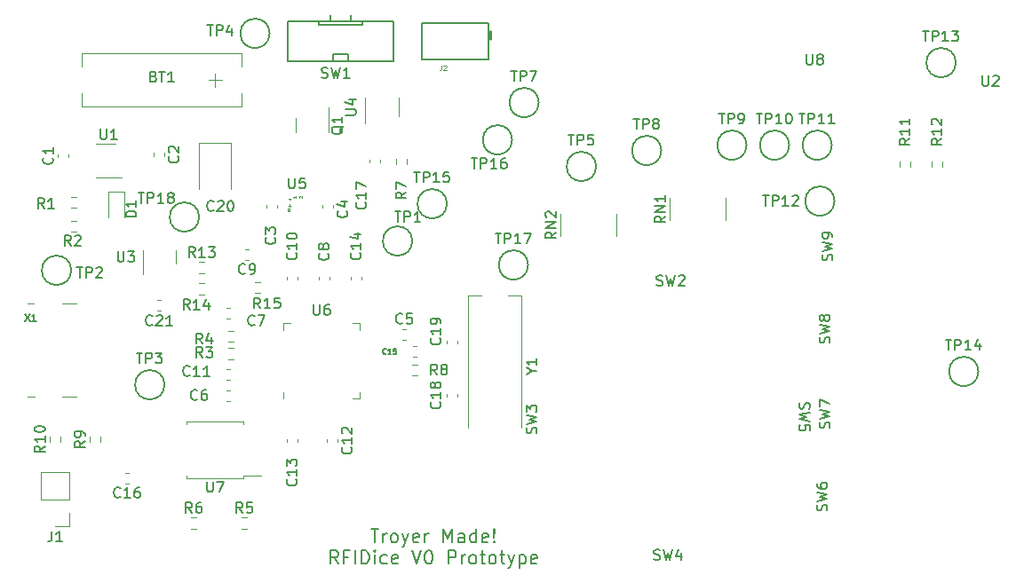
<source format=gbr>
%TF.GenerationSoftware,KiCad,Pcbnew,(6.0.5)*%
%TF.CreationDate,2022-08-05T12:45:28-07:00*%
%TF.ProjectId,RFIDice_V0_revised,52464944-6963-4655-9f56-305f72657669,rev?*%
%TF.SameCoordinates,Original*%
%TF.FileFunction,Legend,Top*%
%TF.FilePolarity,Positive*%
%FSLAX46Y46*%
G04 Gerber Fmt 4.6, Leading zero omitted, Abs format (unit mm)*
G04 Created by KiCad (PCBNEW (6.0.5)) date 2022-08-05 12:45:28*
%MOMM*%
%LPD*%
G01*
G04 APERTURE LIST*
%ADD10C,0.152400*%
%ADD11C,0.146304*%
%ADD12C,0.150000*%
%ADD13C,0.019050*%
%ADD14C,0.127000*%
%ADD15C,0.121920*%
%ADD16C,0.101600*%
%ADD17C,0.120000*%
%ADD18C,0.254000*%
G04 APERTURE END LIST*
D10*
X109613095Y-100898173D02*
X110338809Y-100898173D01*
X109975952Y-102168173D02*
X109975952Y-100898173D01*
X110762142Y-102168173D02*
X110762142Y-101321507D01*
X110762142Y-101563411D02*
X110822619Y-101442459D01*
X110883095Y-101381983D01*
X111004047Y-101321507D01*
X111125000Y-101321507D01*
X111729761Y-102168173D02*
X111608809Y-102107697D01*
X111548333Y-102047221D01*
X111487857Y-101926269D01*
X111487857Y-101563411D01*
X111548333Y-101442459D01*
X111608809Y-101381983D01*
X111729761Y-101321507D01*
X111911190Y-101321507D01*
X112032142Y-101381983D01*
X112092619Y-101442459D01*
X112153095Y-101563411D01*
X112153095Y-101926269D01*
X112092619Y-102047221D01*
X112032142Y-102107697D01*
X111911190Y-102168173D01*
X111729761Y-102168173D01*
X112576428Y-101321507D02*
X112878809Y-102168173D01*
X113181190Y-101321507D02*
X112878809Y-102168173D01*
X112757857Y-102470554D01*
X112697380Y-102531030D01*
X112576428Y-102591507D01*
X114148809Y-102107697D02*
X114027857Y-102168173D01*
X113785952Y-102168173D01*
X113665000Y-102107697D01*
X113604523Y-101986745D01*
X113604523Y-101502935D01*
X113665000Y-101381983D01*
X113785952Y-101321507D01*
X114027857Y-101321507D01*
X114148809Y-101381983D01*
X114209285Y-101502935D01*
X114209285Y-101623888D01*
X113604523Y-101744840D01*
X114753571Y-102168173D02*
X114753571Y-101321507D01*
X114753571Y-101563411D02*
X114814047Y-101442459D01*
X114874523Y-101381983D01*
X114995476Y-101321507D01*
X115116428Y-101321507D01*
X116507380Y-102168173D02*
X116507380Y-100898173D01*
X116930714Y-101805316D01*
X117354047Y-100898173D01*
X117354047Y-102168173D01*
X118503095Y-102168173D02*
X118503095Y-101502935D01*
X118442619Y-101381983D01*
X118321666Y-101321507D01*
X118079761Y-101321507D01*
X117958809Y-101381983D01*
X118503095Y-102107697D02*
X118382142Y-102168173D01*
X118079761Y-102168173D01*
X117958809Y-102107697D01*
X117898333Y-101986745D01*
X117898333Y-101865792D01*
X117958809Y-101744840D01*
X118079761Y-101684364D01*
X118382142Y-101684364D01*
X118503095Y-101623888D01*
X119652142Y-102168173D02*
X119652142Y-100898173D01*
X119652142Y-102107697D02*
X119531190Y-102168173D01*
X119289285Y-102168173D01*
X119168333Y-102107697D01*
X119107857Y-102047221D01*
X119047380Y-101926269D01*
X119047380Y-101563411D01*
X119107857Y-101442459D01*
X119168333Y-101381983D01*
X119289285Y-101321507D01*
X119531190Y-101321507D01*
X119652142Y-101381983D01*
X120740714Y-102107697D02*
X120619761Y-102168173D01*
X120377857Y-102168173D01*
X120256904Y-102107697D01*
X120196428Y-101986745D01*
X120196428Y-101502935D01*
X120256904Y-101381983D01*
X120377857Y-101321507D01*
X120619761Y-101321507D01*
X120740714Y-101381983D01*
X120801190Y-101502935D01*
X120801190Y-101623888D01*
X120196428Y-101744840D01*
X121345476Y-102047221D02*
X121405952Y-102107697D01*
X121345476Y-102168173D01*
X121285000Y-102107697D01*
X121345476Y-102047221D01*
X121345476Y-102168173D01*
X121345476Y-101684364D02*
X121285000Y-100958650D01*
X121345476Y-100898173D01*
X121405952Y-100958650D01*
X121345476Y-101684364D01*
X121345476Y-100898173D01*
X106468333Y-104212873D02*
X106045000Y-103608111D01*
X105742619Y-104212873D02*
X105742619Y-102942873D01*
X106226428Y-102942873D01*
X106347380Y-103003350D01*
X106407857Y-103063826D01*
X106468333Y-103184778D01*
X106468333Y-103366207D01*
X106407857Y-103487159D01*
X106347380Y-103547635D01*
X106226428Y-103608111D01*
X105742619Y-103608111D01*
X107435952Y-103547635D02*
X107012619Y-103547635D01*
X107012619Y-104212873D02*
X107012619Y-102942873D01*
X107617380Y-102942873D01*
X108101190Y-104212873D02*
X108101190Y-102942873D01*
X108705952Y-104212873D02*
X108705952Y-102942873D01*
X109008333Y-102942873D01*
X109189761Y-103003350D01*
X109310714Y-103124302D01*
X109371190Y-103245254D01*
X109431666Y-103487159D01*
X109431666Y-103668588D01*
X109371190Y-103910492D01*
X109310714Y-104031445D01*
X109189761Y-104152397D01*
X109008333Y-104212873D01*
X108705952Y-104212873D01*
X109975952Y-104212873D02*
X109975952Y-103366207D01*
X109975952Y-102942873D02*
X109915476Y-103003350D01*
X109975952Y-103063826D01*
X110036428Y-103003350D01*
X109975952Y-102942873D01*
X109975952Y-103063826D01*
X111125000Y-104152397D02*
X111004047Y-104212873D01*
X110762142Y-104212873D01*
X110641190Y-104152397D01*
X110580714Y-104091921D01*
X110520238Y-103970969D01*
X110520238Y-103608111D01*
X110580714Y-103487159D01*
X110641190Y-103426683D01*
X110762142Y-103366207D01*
X111004047Y-103366207D01*
X111125000Y-103426683D01*
X112153095Y-104152397D02*
X112032142Y-104212873D01*
X111790238Y-104212873D01*
X111669285Y-104152397D01*
X111608809Y-104031445D01*
X111608809Y-103547635D01*
X111669285Y-103426683D01*
X111790238Y-103366207D01*
X112032142Y-103366207D01*
X112153095Y-103426683D01*
X112213571Y-103547635D01*
X112213571Y-103668588D01*
X111608809Y-103789540D01*
X113544047Y-102942873D02*
X113967380Y-104212873D01*
X114390714Y-102942873D01*
X115055952Y-102942873D02*
X115176904Y-102942873D01*
X115297857Y-103003350D01*
X115358333Y-103063826D01*
X115418809Y-103184778D01*
X115479285Y-103426683D01*
X115479285Y-103729064D01*
X115418809Y-103970969D01*
X115358333Y-104091921D01*
X115297857Y-104152397D01*
X115176904Y-104212873D01*
X115055952Y-104212873D01*
X114935000Y-104152397D01*
X114874523Y-104091921D01*
X114814047Y-103970969D01*
X114753571Y-103729064D01*
X114753571Y-103426683D01*
X114814047Y-103184778D01*
X114874523Y-103063826D01*
X114935000Y-103003350D01*
X115055952Y-102942873D01*
X116991190Y-104212873D02*
X116991190Y-102942873D01*
X117475000Y-102942873D01*
X117595952Y-103003350D01*
X117656428Y-103063826D01*
X117716904Y-103184778D01*
X117716904Y-103366207D01*
X117656428Y-103487159D01*
X117595952Y-103547635D01*
X117475000Y-103608111D01*
X116991190Y-103608111D01*
X118261190Y-104212873D02*
X118261190Y-103366207D01*
X118261190Y-103608111D02*
X118321666Y-103487159D01*
X118382142Y-103426683D01*
X118503095Y-103366207D01*
X118624047Y-103366207D01*
X119228809Y-104212873D02*
X119107857Y-104152397D01*
X119047380Y-104091921D01*
X118986904Y-103970969D01*
X118986904Y-103608111D01*
X119047380Y-103487159D01*
X119107857Y-103426683D01*
X119228809Y-103366207D01*
X119410238Y-103366207D01*
X119531190Y-103426683D01*
X119591666Y-103487159D01*
X119652142Y-103608111D01*
X119652142Y-103970969D01*
X119591666Y-104091921D01*
X119531190Y-104152397D01*
X119410238Y-104212873D01*
X119228809Y-104212873D01*
X120015000Y-103366207D02*
X120498809Y-103366207D01*
X120196428Y-102942873D02*
X120196428Y-104031445D01*
X120256904Y-104152397D01*
X120377857Y-104212873D01*
X120498809Y-104212873D01*
X121103571Y-104212873D02*
X120982619Y-104152397D01*
X120922142Y-104091921D01*
X120861666Y-103970969D01*
X120861666Y-103608111D01*
X120922142Y-103487159D01*
X120982619Y-103426683D01*
X121103571Y-103366207D01*
X121285000Y-103366207D01*
X121405952Y-103426683D01*
X121466428Y-103487159D01*
X121526904Y-103608111D01*
X121526904Y-103970969D01*
X121466428Y-104091921D01*
X121405952Y-104152397D01*
X121285000Y-104212873D01*
X121103571Y-104212873D01*
X121889761Y-103366207D02*
X122373571Y-103366207D01*
X122071190Y-102942873D02*
X122071190Y-104031445D01*
X122131666Y-104152397D01*
X122252619Y-104212873D01*
X122373571Y-104212873D01*
X122675952Y-103366207D02*
X122978333Y-104212873D01*
X123280714Y-103366207D02*
X122978333Y-104212873D01*
X122857380Y-104515254D01*
X122796904Y-104575730D01*
X122675952Y-104636207D01*
X123764523Y-103366207D02*
X123764523Y-104636207D01*
X123764523Y-103426683D02*
X123885476Y-103366207D01*
X124127380Y-103366207D01*
X124248333Y-103426683D01*
X124308809Y-103487159D01*
X124369285Y-103608111D01*
X124369285Y-103970969D01*
X124308809Y-104091921D01*
X124248333Y-104152397D01*
X124127380Y-104212873D01*
X123885476Y-104212873D01*
X123764523Y-104152397D01*
X125397380Y-104152397D02*
X125276428Y-104212873D01*
X125034523Y-104212873D01*
X124913571Y-104152397D01*
X124853095Y-104031445D01*
X124853095Y-103547635D01*
X124913571Y-103426683D01*
X125034523Y-103366207D01*
X125276428Y-103366207D01*
X125397380Y-103426683D01*
X125457857Y-103547635D01*
X125457857Y-103668588D01*
X124853095Y-103789540D01*
D11*
%TO.C,X1*%
X76640311Y-80371766D02*
X77084641Y-81038262D01*
X77084641Y-80371766D02*
X76640311Y-81038262D01*
X77687662Y-81038262D02*
X77306807Y-81038262D01*
X77497234Y-81038262D02*
X77497234Y-80371766D01*
X77433758Y-80466979D01*
X77370283Y-80530455D01*
X77306807Y-80562193D01*
D12*
%TO.C,RN2*%
X127254380Y-72572476D02*
X126778190Y-72905809D01*
X127254380Y-73143904D02*
X126254380Y-73143904D01*
X126254380Y-72762952D01*
X126302000Y-72667714D01*
X126349619Y-72620095D01*
X126444857Y-72572476D01*
X126587714Y-72572476D01*
X126682952Y-72620095D01*
X126730571Y-72667714D01*
X126778190Y-72762952D01*
X126778190Y-73143904D01*
X127254380Y-72143904D02*
X126254380Y-72143904D01*
X127254380Y-71572476D01*
X126254380Y-71572476D01*
X126349619Y-71143904D02*
X126302000Y-71096285D01*
X126254380Y-71001047D01*
X126254380Y-70762952D01*
X126302000Y-70667714D01*
X126349619Y-70620095D01*
X126444857Y-70572476D01*
X126540095Y-70572476D01*
X126682952Y-70620095D01*
X127254380Y-71191523D01*
X127254380Y-70572476D01*
%TO.C,RN1*%
X137668380Y-71048476D02*
X137192190Y-71381809D01*
X137668380Y-71619904D02*
X136668380Y-71619904D01*
X136668380Y-71238952D01*
X136716000Y-71143714D01*
X136763619Y-71096095D01*
X136858857Y-71048476D01*
X137001714Y-71048476D01*
X137096952Y-71096095D01*
X137144571Y-71143714D01*
X137192190Y-71238952D01*
X137192190Y-71619904D01*
X137668380Y-70619904D02*
X136668380Y-70619904D01*
X137668380Y-70048476D01*
X136668380Y-70048476D01*
X137668380Y-69048476D02*
X137668380Y-69619904D01*
X137668380Y-69334190D02*
X136668380Y-69334190D01*
X136811238Y-69429428D01*
X136906476Y-69524666D01*
X136954095Y-69619904D01*
%TO.C,R7*%
X112974380Y-68746666D02*
X112498190Y-69080000D01*
X112974380Y-69318095D02*
X111974380Y-69318095D01*
X111974380Y-68937142D01*
X112022000Y-68841904D01*
X112069619Y-68794285D01*
X112164857Y-68746666D01*
X112307714Y-68746666D01*
X112402952Y-68794285D01*
X112450571Y-68841904D01*
X112498190Y-68937142D01*
X112498190Y-69318095D01*
X111974380Y-68413333D02*
X111974380Y-67746666D01*
X112974380Y-68175238D01*
%TO.C,SW8*%
X153312761Y-83121333D02*
X153360380Y-82978476D01*
X153360380Y-82740380D01*
X153312761Y-82645142D01*
X153265142Y-82597523D01*
X153169904Y-82549904D01*
X153074666Y-82549904D01*
X152979428Y-82597523D01*
X152931809Y-82645142D01*
X152884190Y-82740380D01*
X152836571Y-82930857D01*
X152788952Y-83026095D01*
X152741333Y-83073714D01*
X152646095Y-83121333D01*
X152550857Y-83121333D01*
X152455619Y-83073714D01*
X152408000Y-83026095D01*
X152360380Y-82930857D01*
X152360380Y-82692761D01*
X152408000Y-82549904D01*
X152360380Y-82216571D02*
X153360380Y-81978476D01*
X152646095Y-81788000D01*
X153360380Y-81597523D01*
X152360380Y-81359428D01*
X152788952Y-80835619D02*
X152741333Y-80930857D01*
X152693714Y-80978476D01*
X152598476Y-81026095D01*
X152550857Y-81026095D01*
X152455619Y-80978476D01*
X152408000Y-80930857D01*
X152360380Y-80835619D01*
X152360380Y-80645142D01*
X152408000Y-80549904D01*
X152455619Y-80502285D01*
X152550857Y-80454666D01*
X152598476Y-80454666D01*
X152693714Y-80502285D01*
X152741333Y-80549904D01*
X152788952Y-80645142D01*
X152788952Y-80835619D01*
X152836571Y-80930857D01*
X152884190Y-80978476D01*
X152979428Y-81026095D01*
X153169904Y-81026095D01*
X153265142Y-80978476D01*
X153312761Y-80930857D01*
X153360380Y-80835619D01*
X153360380Y-80645142D01*
X153312761Y-80549904D01*
X153265142Y-80502285D01*
X153169904Y-80454666D01*
X152979428Y-80454666D01*
X152884190Y-80502285D01*
X152836571Y-80549904D01*
X152788952Y-80645142D01*
%TO.C,TP13*%
X162218904Y-53340380D02*
X162790333Y-53340380D01*
X162504619Y-54340380D02*
X162504619Y-53340380D01*
X163123666Y-54340380D02*
X163123666Y-53340380D01*
X163504619Y-53340380D01*
X163599857Y-53388000D01*
X163647476Y-53435619D01*
X163695095Y-53530857D01*
X163695095Y-53673714D01*
X163647476Y-53768952D01*
X163599857Y-53816571D01*
X163504619Y-53864190D01*
X163123666Y-53864190D01*
X164647476Y-54340380D02*
X164076047Y-54340380D01*
X164361761Y-54340380D02*
X164361761Y-53340380D01*
X164266523Y-53483238D01*
X164171285Y-53578476D01*
X164076047Y-53626095D01*
X164980809Y-53340380D02*
X165599857Y-53340380D01*
X165266523Y-53721333D01*
X165409380Y-53721333D01*
X165504619Y-53768952D01*
X165552238Y-53816571D01*
X165599857Y-53911809D01*
X165599857Y-54149904D01*
X165552238Y-54245142D01*
X165504619Y-54292761D01*
X165409380Y-54340380D01*
X165123666Y-54340380D01*
X165028428Y-54292761D01*
X164980809Y-54245142D01*
%TO.C,TP12*%
X146978904Y-69048380D02*
X147550333Y-69048380D01*
X147264619Y-70048380D02*
X147264619Y-69048380D01*
X147883666Y-70048380D02*
X147883666Y-69048380D01*
X148264619Y-69048380D01*
X148359857Y-69096000D01*
X148407476Y-69143619D01*
X148455095Y-69238857D01*
X148455095Y-69381714D01*
X148407476Y-69476952D01*
X148359857Y-69524571D01*
X148264619Y-69572190D01*
X147883666Y-69572190D01*
X149407476Y-70048380D02*
X148836047Y-70048380D01*
X149121761Y-70048380D02*
X149121761Y-69048380D01*
X149026523Y-69191238D01*
X148931285Y-69286476D01*
X148836047Y-69334095D01*
X149788428Y-69143619D02*
X149836047Y-69096000D01*
X149931285Y-69048380D01*
X150169380Y-69048380D01*
X150264619Y-69096000D01*
X150312238Y-69143619D01*
X150359857Y-69238857D01*
X150359857Y-69334095D01*
X150312238Y-69476952D01*
X149740809Y-70048380D01*
X150359857Y-70048380D01*
%TO.C,TP16*%
X119165904Y-65492380D02*
X119737333Y-65492380D01*
X119451619Y-66492380D02*
X119451619Y-65492380D01*
X120070666Y-66492380D02*
X120070666Y-65492380D01*
X120451619Y-65492380D01*
X120546857Y-65540000D01*
X120594476Y-65587619D01*
X120642095Y-65682857D01*
X120642095Y-65825714D01*
X120594476Y-65920952D01*
X120546857Y-65968571D01*
X120451619Y-66016190D01*
X120070666Y-66016190D01*
X121594476Y-66492380D02*
X121023047Y-66492380D01*
X121308761Y-66492380D02*
X121308761Y-65492380D01*
X121213523Y-65635238D01*
X121118285Y-65730476D01*
X121023047Y-65778095D01*
X122451619Y-65492380D02*
X122261142Y-65492380D01*
X122165904Y-65540000D01*
X122118285Y-65587619D01*
X122023047Y-65730476D01*
X121975428Y-65920952D01*
X121975428Y-66301904D01*
X122023047Y-66397142D01*
X122070666Y-66444761D01*
X122165904Y-66492380D01*
X122356380Y-66492380D01*
X122451619Y-66444761D01*
X122499238Y-66397142D01*
X122546857Y-66301904D01*
X122546857Y-66063809D01*
X122499238Y-65968571D01*
X122451619Y-65920952D01*
X122356380Y-65873333D01*
X122165904Y-65873333D01*
X122070666Y-65920952D01*
X122023047Y-65968571D01*
X121975428Y-66063809D01*
%TO.C,TP2*%
X81542095Y-75906380D02*
X82113523Y-75906380D01*
X81827809Y-76906380D02*
X81827809Y-75906380D01*
X82446857Y-76906380D02*
X82446857Y-75906380D01*
X82827809Y-75906380D01*
X82923047Y-75954000D01*
X82970666Y-76001619D01*
X83018285Y-76096857D01*
X83018285Y-76239714D01*
X82970666Y-76334952D01*
X82923047Y-76382571D01*
X82827809Y-76430190D01*
X82446857Y-76430190D01*
X83399238Y-76001619D02*
X83446857Y-75954000D01*
X83542095Y-75906380D01*
X83780190Y-75906380D01*
X83875428Y-75954000D01*
X83923047Y-76001619D01*
X83970666Y-76096857D01*
X83970666Y-76192095D01*
X83923047Y-76334952D01*
X83351619Y-76906380D01*
X83970666Y-76906380D01*
%TO.C,TP7*%
X122944095Y-57150380D02*
X123515523Y-57150380D01*
X123229809Y-58150380D02*
X123229809Y-57150380D01*
X123848857Y-58150380D02*
X123848857Y-57150380D01*
X124229809Y-57150380D01*
X124325047Y-57198000D01*
X124372666Y-57245619D01*
X124420285Y-57340857D01*
X124420285Y-57483714D01*
X124372666Y-57578952D01*
X124325047Y-57626571D01*
X124229809Y-57674190D01*
X123848857Y-57674190D01*
X124753619Y-57150380D02*
X125420285Y-57150380D01*
X124991714Y-58150380D01*
%TO.C,C9*%
X97623333Y-76463142D02*
X97575714Y-76510761D01*
X97432857Y-76558380D01*
X97337619Y-76558380D01*
X97194761Y-76510761D01*
X97099523Y-76415523D01*
X97051904Y-76320285D01*
X97004285Y-76129809D01*
X97004285Y-75986952D01*
X97051904Y-75796476D01*
X97099523Y-75701238D01*
X97194761Y-75606000D01*
X97337619Y-75558380D01*
X97432857Y-75558380D01*
X97575714Y-75606000D01*
X97623333Y-75653619D01*
X98099523Y-76558380D02*
X98290000Y-76558380D01*
X98385238Y-76510761D01*
X98432857Y-76463142D01*
X98528095Y-76320285D01*
X98575714Y-76129809D01*
X98575714Y-75748857D01*
X98528095Y-75653619D01*
X98480476Y-75606000D01*
X98385238Y-75558380D01*
X98194761Y-75558380D01*
X98099523Y-75606000D01*
X98051904Y-75653619D01*
X98004285Y-75748857D01*
X98004285Y-75986952D01*
X98051904Y-76082190D01*
X98099523Y-76129809D01*
X98194761Y-76177428D01*
X98385238Y-76177428D01*
X98480476Y-76129809D01*
X98528095Y-76082190D01*
X98575714Y-75986952D01*
%TO.C,TP9*%
X142756095Y-61214380D02*
X143327523Y-61214380D01*
X143041809Y-62214380D02*
X143041809Y-61214380D01*
X143660857Y-62214380D02*
X143660857Y-61214380D01*
X144041809Y-61214380D01*
X144137047Y-61262000D01*
X144184666Y-61309619D01*
X144232285Y-61404857D01*
X144232285Y-61547714D01*
X144184666Y-61642952D01*
X144137047Y-61690571D01*
X144041809Y-61738190D01*
X143660857Y-61738190D01*
X144708476Y-62214380D02*
X144898952Y-62214380D01*
X144994190Y-62166761D01*
X145041809Y-62119142D01*
X145137047Y-61976285D01*
X145184666Y-61785809D01*
X145184666Y-61404857D01*
X145137047Y-61309619D01*
X145089428Y-61262000D01*
X144994190Y-61214380D01*
X144803714Y-61214380D01*
X144708476Y-61262000D01*
X144660857Y-61309619D01*
X144613238Y-61404857D01*
X144613238Y-61642952D01*
X144660857Y-61738190D01*
X144708476Y-61785809D01*
X144803714Y-61833428D01*
X144994190Y-61833428D01*
X145089428Y-61785809D01*
X145137047Y-61738190D01*
X145184666Y-61642952D01*
%TO.C,R15*%
X99052142Y-79827380D02*
X98718809Y-79351190D01*
X98480714Y-79827380D02*
X98480714Y-78827380D01*
X98861666Y-78827380D01*
X98956904Y-78875000D01*
X99004523Y-78922619D01*
X99052142Y-79017857D01*
X99052142Y-79160714D01*
X99004523Y-79255952D01*
X98956904Y-79303571D01*
X98861666Y-79351190D01*
X98480714Y-79351190D01*
X100004523Y-79827380D02*
X99433095Y-79827380D01*
X99718809Y-79827380D02*
X99718809Y-78827380D01*
X99623571Y-78970238D01*
X99528333Y-79065476D01*
X99433095Y-79113095D01*
X100909285Y-78827380D02*
X100433095Y-78827380D01*
X100385476Y-79303571D01*
X100433095Y-79255952D01*
X100528333Y-79208333D01*
X100766428Y-79208333D01*
X100861666Y-79255952D01*
X100909285Y-79303571D01*
X100956904Y-79398809D01*
X100956904Y-79636904D01*
X100909285Y-79732142D01*
X100861666Y-79779761D01*
X100766428Y-79827380D01*
X100528333Y-79827380D01*
X100433095Y-79779761D01*
X100385476Y-79732142D01*
%TO.C,U5*%
X101777895Y-67397380D02*
X101777895Y-68206904D01*
X101825514Y-68302142D01*
X101873133Y-68349761D01*
X101968371Y-68397380D01*
X102158847Y-68397380D01*
X102254085Y-68349761D01*
X102301704Y-68302142D01*
X102349323Y-68206904D01*
X102349323Y-67397380D01*
X103301704Y-67397380D02*
X102825514Y-67397380D01*
X102777895Y-67873571D01*
X102825514Y-67825952D01*
X102920752Y-67778333D01*
X103158847Y-67778333D01*
X103254085Y-67825952D01*
X103301704Y-67873571D01*
X103349323Y-67968809D01*
X103349323Y-68206904D01*
X103301704Y-68302142D01*
X103254085Y-68349761D01*
X103158847Y-68397380D01*
X102920752Y-68397380D01*
X102825514Y-68349761D01*
X102777895Y-68302142D01*
D13*
X101799563Y-70457453D02*
X101835849Y-70469548D01*
X101847944Y-70481643D01*
X101860040Y-70505834D01*
X101860040Y-70542119D01*
X101847944Y-70566310D01*
X101835849Y-70578405D01*
X101811659Y-70590500D01*
X101714897Y-70590500D01*
X101714897Y-70336500D01*
X101799563Y-70336500D01*
X101823754Y-70348596D01*
X101835849Y-70360691D01*
X101847944Y-70384881D01*
X101847944Y-70409072D01*
X101835849Y-70433262D01*
X101823754Y-70445357D01*
X101799563Y-70457453D01*
X101714897Y-70457453D01*
X101742526Y-70064708D02*
X101863479Y-70064708D01*
X101718336Y-70137279D02*
X101803003Y-69883279D01*
X101887669Y-70137279D01*
X102783628Y-69267636D02*
X102771533Y-69255541D01*
X102759437Y-69231350D01*
X102759437Y-69170874D01*
X102771533Y-69146684D01*
X102783628Y-69134588D01*
X102807818Y-69122493D01*
X102832009Y-69122493D01*
X102868294Y-69134588D01*
X103013437Y-69279731D01*
X103013437Y-69122493D01*
X102463097Y-69122493D02*
X102463097Y-69267636D01*
X102463097Y-69195065D02*
X102209097Y-69195065D01*
X102245383Y-69219255D01*
X102269573Y-69243445D01*
X102281669Y-69267636D01*
X101851481Y-69353321D02*
X101851481Y-69413797D01*
X101791004Y-69389607D02*
X101851481Y-69413797D01*
X101911957Y-69389607D01*
X101815195Y-69462178D02*
X101851481Y-69413797D01*
X101887766Y-69462178D01*
D12*
%TO.C,C12*%
X107705142Y-93098857D02*
X107752761Y-93146476D01*
X107800380Y-93289333D01*
X107800380Y-93384571D01*
X107752761Y-93527428D01*
X107657523Y-93622666D01*
X107562285Y-93670285D01*
X107371809Y-93717904D01*
X107228952Y-93717904D01*
X107038476Y-93670285D01*
X106943238Y-93622666D01*
X106848000Y-93527428D01*
X106800380Y-93384571D01*
X106800380Y-93289333D01*
X106848000Y-93146476D01*
X106895619Y-93098857D01*
X107800380Y-92146476D02*
X107800380Y-92717904D01*
X107800380Y-92432190D02*
X106800380Y-92432190D01*
X106943238Y-92527428D01*
X107038476Y-92622666D01*
X107086095Y-92717904D01*
X106895619Y-91765523D02*
X106848000Y-91717904D01*
X106800380Y-91622666D01*
X106800380Y-91384571D01*
X106848000Y-91289333D01*
X106895619Y-91241714D01*
X106990857Y-91194095D01*
X107086095Y-91194095D01*
X107228952Y-91241714D01*
X107800380Y-91813142D01*
X107800380Y-91194095D01*
%TO.C,C8*%
X105513142Y-74588666D02*
X105560761Y-74636285D01*
X105608380Y-74779142D01*
X105608380Y-74874380D01*
X105560761Y-75017238D01*
X105465523Y-75112476D01*
X105370285Y-75160095D01*
X105179809Y-75207714D01*
X105036952Y-75207714D01*
X104846476Y-75160095D01*
X104751238Y-75112476D01*
X104656000Y-75017238D01*
X104608380Y-74874380D01*
X104608380Y-74779142D01*
X104656000Y-74636285D01*
X104703619Y-74588666D01*
X105036952Y-74017238D02*
X104989333Y-74112476D01*
X104941714Y-74160095D01*
X104846476Y-74207714D01*
X104798857Y-74207714D01*
X104703619Y-74160095D01*
X104656000Y-74112476D01*
X104608380Y-74017238D01*
X104608380Y-73826761D01*
X104656000Y-73731523D01*
X104703619Y-73683904D01*
X104798857Y-73636285D01*
X104846476Y-73636285D01*
X104941714Y-73683904D01*
X104989333Y-73731523D01*
X105036952Y-73826761D01*
X105036952Y-74017238D01*
X105084571Y-74112476D01*
X105132190Y-74160095D01*
X105227428Y-74207714D01*
X105417904Y-74207714D01*
X105513142Y-74160095D01*
X105560761Y-74112476D01*
X105608380Y-74017238D01*
X105608380Y-73826761D01*
X105560761Y-73731523D01*
X105513142Y-73683904D01*
X105417904Y-73636285D01*
X105227428Y-73636285D01*
X105132190Y-73683904D01*
X105084571Y-73731523D01*
X105036952Y-73826761D01*
%TO.C,BT1*%
X88876285Y-57713571D02*
X89019142Y-57761190D01*
X89066761Y-57808809D01*
X89114380Y-57904047D01*
X89114380Y-58046904D01*
X89066761Y-58142142D01*
X89019142Y-58189761D01*
X88923904Y-58237380D01*
X88542952Y-58237380D01*
X88542952Y-57237380D01*
X88876285Y-57237380D01*
X88971523Y-57285000D01*
X89019142Y-57332619D01*
X89066761Y-57427857D01*
X89066761Y-57523095D01*
X89019142Y-57618333D01*
X88971523Y-57665952D01*
X88876285Y-57713571D01*
X88542952Y-57713571D01*
X89400095Y-57237380D02*
X89971523Y-57237380D01*
X89685809Y-58237380D02*
X89685809Y-57237380D01*
X90828666Y-58237380D02*
X90257238Y-58237380D01*
X90542952Y-58237380D02*
X90542952Y-57237380D01*
X90447714Y-57380238D01*
X90352476Y-57475476D01*
X90257238Y-57523095D01*
%TO.C,C21*%
X88765142Y-81383142D02*
X88717523Y-81430761D01*
X88574666Y-81478380D01*
X88479428Y-81478380D01*
X88336571Y-81430761D01*
X88241333Y-81335523D01*
X88193714Y-81240285D01*
X88146095Y-81049809D01*
X88146095Y-80906952D01*
X88193714Y-80716476D01*
X88241333Y-80621238D01*
X88336571Y-80526000D01*
X88479428Y-80478380D01*
X88574666Y-80478380D01*
X88717523Y-80526000D01*
X88765142Y-80573619D01*
X89146095Y-80573619D02*
X89193714Y-80526000D01*
X89288952Y-80478380D01*
X89527047Y-80478380D01*
X89622285Y-80526000D01*
X89669904Y-80573619D01*
X89717523Y-80668857D01*
X89717523Y-80764095D01*
X89669904Y-80906952D01*
X89098476Y-81478380D01*
X89717523Y-81478380D01*
X90669904Y-81478380D02*
X90098476Y-81478380D01*
X90384190Y-81478380D02*
X90384190Y-80478380D01*
X90288952Y-80621238D01*
X90193714Y-80716476D01*
X90098476Y-80764095D01*
%TO.C,C4*%
X107291142Y-70524666D02*
X107338761Y-70572285D01*
X107386380Y-70715142D01*
X107386380Y-70810380D01*
X107338761Y-70953238D01*
X107243523Y-71048476D01*
X107148285Y-71096095D01*
X106957809Y-71143714D01*
X106814952Y-71143714D01*
X106624476Y-71096095D01*
X106529238Y-71048476D01*
X106434000Y-70953238D01*
X106386380Y-70810380D01*
X106386380Y-70715142D01*
X106434000Y-70572285D01*
X106481619Y-70524666D01*
X106719714Y-69667523D02*
X107386380Y-69667523D01*
X106338761Y-69905619D02*
X107053047Y-70143714D01*
X107053047Y-69524666D01*
%TO.C,Q1*%
X106960619Y-62452238D02*
X106913000Y-62547476D01*
X106817761Y-62642714D01*
X106674904Y-62785571D01*
X106627285Y-62880809D01*
X106627285Y-62976047D01*
X106865380Y-62928428D02*
X106817761Y-63023666D01*
X106722523Y-63118904D01*
X106532047Y-63166523D01*
X106198714Y-63166523D01*
X106008238Y-63118904D01*
X105913000Y-63023666D01*
X105865380Y-62928428D01*
X105865380Y-62737952D01*
X105913000Y-62642714D01*
X106008238Y-62547476D01*
X106198714Y-62499857D01*
X106532047Y-62499857D01*
X106722523Y-62547476D01*
X106817761Y-62642714D01*
X106865380Y-62737952D01*
X106865380Y-62928428D01*
X106865380Y-61547476D02*
X106865380Y-62118904D01*
X106865380Y-61833190D02*
X105865380Y-61833190D01*
X106008238Y-61928428D01*
X106103476Y-62023666D01*
X106151095Y-62118904D01*
%TO.C,R14*%
X92321142Y-79954380D02*
X91987809Y-79478190D01*
X91749714Y-79954380D02*
X91749714Y-78954380D01*
X92130666Y-78954380D01*
X92225904Y-79002000D01*
X92273523Y-79049619D01*
X92321142Y-79144857D01*
X92321142Y-79287714D01*
X92273523Y-79382952D01*
X92225904Y-79430571D01*
X92130666Y-79478190D01*
X91749714Y-79478190D01*
X93273523Y-79954380D02*
X92702095Y-79954380D01*
X92987809Y-79954380D02*
X92987809Y-78954380D01*
X92892571Y-79097238D01*
X92797333Y-79192476D01*
X92702095Y-79240095D01*
X94130666Y-79287714D02*
X94130666Y-79954380D01*
X93892571Y-78906761D02*
X93654476Y-79621047D01*
X94273523Y-79621047D01*
%TO.C,TP10*%
X146343904Y-61214380D02*
X146915333Y-61214380D01*
X146629619Y-62214380D02*
X146629619Y-61214380D01*
X147248666Y-62214380D02*
X147248666Y-61214380D01*
X147629619Y-61214380D01*
X147724857Y-61262000D01*
X147772476Y-61309619D01*
X147820095Y-61404857D01*
X147820095Y-61547714D01*
X147772476Y-61642952D01*
X147724857Y-61690571D01*
X147629619Y-61738190D01*
X147248666Y-61738190D01*
X148772476Y-62214380D02*
X148201047Y-62214380D01*
X148486761Y-62214380D02*
X148486761Y-61214380D01*
X148391523Y-61357238D01*
X148296285Y-61452476D01*
X148201047Y-61500095D01*
X149391523Y-61214380D02*
X149486761Y-61214380D01*
X149582000Y-61262000D01*
X149629619Y-61309619D01*
X149677238Y-61404857D01*
X149724857Y-61595333D01*
X149724857Y-61833428D01*
X149677238Y-62023904D01*
X149629619Y-62119142D01*
X149582000Y-62166761D01*
X149486761Y-62214380D01*
X149391523Y-62214380D01*
X149296285Y-62166761D01*
X149248666Y-62119142D01*
X149201047Y-62023904D01*
X149153428Y-61833428D01*
X149153428Y-61595333D01*
X149201047Y-61404857D01*
X149248666Y-61309619D01*
X149296285Y-61262000D01*
X149391523Y-61214380D01*
%TO.C,TP15*%
X113704904Y-66802380D02*
X114276333Y-66802380D01*
X113990619Y-67802380D02*
X113990619Y-66802380D01*
X114609666Y-67802380D02*
X114609666Y-66802380D01*
X114990619Y-66802380D01*
X115085857Y-66850000D01*
X115133476Y-66897619D01*
X115181095Y-66992857D01*
X115181095Y-67135714D01*
X115133476Y-67230952D01*
X115085857Y-67278571D01*
X114990619Y-67326190D01*
X114609666Y-67326190D01*
X116133476Y-67802380D02*
X115562047Y-67802380D01*
X115847761Y-67802380D02*
X115847761Y-66802380D01*
X115752523Y-66945238D01*
X115657285Y-67040476D01*
X115562047Y-67088095D01*
X117038238Y-66802380D02*
X116562047Y-66802380D01*
X116514428Y-67278571D01*
X116562047Y-67230952D01*
X116657285Y-67183333D01*
X116895380Y-67183333D01*
X116990619Y-67230952D01*
X117038238Y-67278571D01*
X117085857Y-67373809D01*
X117085857Y-67611904D01*
X117038238Y-67707142D01*
X116990619Y-67754761D01*
X116895380Y-67802380D01*
X116657285Y-67802380D01*
X116562047Y-67754761D01*
X116514428Y-67707142D01*
%TO.C,C7*%
X98512333Y-81383142D02*
X98464714Y-81430761D01*
X98321857Y-81478380D01*
X98226619Y-81478380D01*
X98083761Y-81430761D01*
X97988523Y-81335523D01*
X97940904Y-81240285D01*
X97893285Y-81049809D01*
X97893285Y-80906952D01*
X97940904Y-80716476D01*
X97988523Y-80621238D01*
X98083761Y-80526000D01*
X98226619Y-80478380D01*
X98321857Y-80478380D01*
X98464714Y-80526000D01*
X98512333Y-80573619D01*
X98845666Y-80478380D02*
X99512333Y-80478380D01*
X99083761Y-81478380D01*
%TO.C,U2*%
X167894095Y-57618380D02*
X167894095Y-58427904D01*
X167941714Y-58523142D01*
X167989333Y-58570761D01*
X168084571Y-58618380D01*
X168275047Y-58618380D01*
X168370285Y-58570761D01*
X168417904Y-58523142D01*
X168465523Y-58427904D01*
X168465523Y-57618380D01*
X168894095Y-57713619D02*
X168941714Y-57666000D01*
X169036952Y-57618380D01*
X169275047Y-57618380D01*
X169370285Y-57666000D01*
X169417904Y-57713619D01*
X169465523Y-57808857D01*
X169465523Y-57904095D01*
X169417904Y-58046952D01*
X168846476Y-58618380D01*
X169465523Y-58618380D01*
%TO.C,C19*%
X116181142Y-82684857D02*
X116228761Y-82732476D01*
X116276380Y-82875333D01*
X116276380Y-82970571D01*
X116228761Y-83113428D01*
X116133523Y-83208666D01*
X116038285Y-83256285D01*
X115847809Y-83303904D01*
X115704952Y-83303904D01*
X115514476Y-83256285D01*
X115419238Y-83208666D01*
X115324000Y-83113428D01*
X115276380Y-82970571D01*
X115276380Y-82875333D01*
X115324000Y-82732476D01*
X115371619Y-82684857D01*
X116276380Y-81732476D02*
X116276380Y-82303904D01*
X116276380Y-82018190D02*
X115276380Y-82018190D01*
X115419238Y-82113428D01*
X115514476Y-82208666D01*
X115562095Y-82303904D01*
X116276380Y-81256285D02*
X116276380Y-81065809D01*
X116228761Y-80970571D01*
X116181142Y-80922952D01*
X116038285Y-80827714D01*
X115847809Y-80780095D01*
X115466857Y-80780095D01*
X115371619Y-80827714D01*
X115324000Y-80875333D01*
X115276380Y-80970571D01*
X115276380Y-81161047D01*
X115324000Y-81256285D01*
X115371619Y-81303904D01*
X115466857Y-81351523D01*
X115704952Y-81351523D01*
X115800190Y-81303904D01*
X115847809Y-81256285D01*
X115895428Y-81161047D01*
X115895428Y-80970571D01*
X115847809Y-80875333D01*
X115800190Y-80827714D01*
X115704952Y-80780095D01*
%TO.C,C14*%
X108561142Y-74556857D02*
X108608761Y-74604476D01*
X108656380Y-74747333D01*
X108656380Y-74842571D01*
X108608761Y-74985428D01*
X108513523Y-75080666D01*
X108418285Y-75128285D01*
X108227809Y-75175904D01*
X108084952Y-75175904D01*
X107894476Y-75128285D01*
X107799238Y-75080666D01*
X107704000Y-74985428D01*
X107656380Y-74842571D01*
X107656380Y-74747333D01*
X107704000Y-74604476D01*
X107751619Y-74556857D01*
X108656380Y-73604476D02*
X108656380Y-74175904D01*
X108656380Y-73890190D02*
X107656380Y-73890190D01*
X107799238Y-73985428D01*
X107894476Y-74080666D01*
X107942095Y-74175904D01*
X107989714Y-72747333D02*
X108656380Y-72747333D01*
X107608761Y-72985428D02*
X108323047Y-73223523D01*
X108323047Y-72604476D01*
%TO.C,C18*%
X116181142Y-88780857D02*
X116228761Y-88828476D01*
X116276380Y-88971333D01*
X116276380Y-89066571D01*
X116228761Y-89209428D01*
X116133523Y-89304666D01*
X116038285Y-89352285D01*
X115847809Y-89399904D01*
X115704952Y-89399904D01*
X115514476Y-89352285D01*
X115419238Y-89304666D01*
X115324000Y-89209428D01*
X115276380Y-89066571D01*
X115276380Y-88971333D01*
X115324000Y-88828476D01*
X115371619Y-88780857D01*
X116276380Y-87828476D02*
X116276380Y-88399904D01*
X116276380Y-88114190D02*
X115276380Y-88114190D01*
X115419238Y-88209428D01*
X115514476Y-88304666D01*
X115562095Y-88399904D01*
X115704952Y-87257047D02*
X115657333Y-87352285D01*
X115609714Y-87399904D01*
X115514476Y-87447523D01*
X115466857Y-87447523D01*
X115371619Y-87399904D01*
X115324000Y-87352285D01*
X115276380Y-87257047D01*
X115276380Y-87066571D01*
X115324000Y-86971333D01*
X115371619Y-86923714D01*
X115466857Y-86876095D01*
X115514476Y-86876095D01*
X115609714Y-86923714D01*
X115657333Y-86971333D01*
X115704952Y-87066571D01*
X115704952Y-87257047D01*
X115752571Y-87352285D01*
X115800190Y-87399904D01*
X115895428Y-87447523D01*
X116085904Y-87447523D01*
X116181142Y-87399904D01*
X116228761Y-87352285D01*
X116276380Y-87257047D01*
X116276380Y-87066571D01*
X116228761Y-86971333D01*
X116181142Y-86923714D01*
X116085904Y-86876095D01*
X115895428Y-86876095D01*
X115800190Y-86923714D01*
X115752571Y-86971333D01*
X115704952Y-87066571D01*
%TO.C,TP14*%
X164377904Y-82804380D02*
X164949333Y-82804380D01*
X164663619Y-83804380D02*
X164663619Y-82804380D01*
X165282666Y-83804380D02*
X165282666Y-82804380D01*
X165663619Y-82804380D01*
X165758857Y-82852000D01*
X165806476Y-82899619D01*
X165854095Y-82994857D01*
X165854095Y-83137714D01*
X165806476Y-83232952D01*
X165758857Y-83280571D01*
X165663619Y-83328190D01*
X165282666Y-83328190D01*
X166806476Y-83804380D02*
X166235047Y-83804380D01*
X166520761Y-83804380D02*
X166520761Y-82804380D01*
X166425523Y-82947238D01*
X166330285Y-83042476D01*
X166235047Y-83090095D01*
X167663619Y-83137714D02*
X167663619Y-83804380D01*
X167425523Y-82756761D02*
X167187428Y-83471047D01*
X167806476Y-83471047D01*
%TO.C,U3*%
X85471095Y-74382380D02*
X85471095Y-75191904D01*
X85518714Y-75287142D01*
X85566333Y-75334761D01*
X85661571Y-75382380D01*
X85852047Y-75382380D01*
X85947285Y-75334761D01*
X85994904Y-75287142D01*
X86042523Y-75191904D01*
X86042523Y-74382380D01*
X86423476Y-74382380D02*
X87042523Y-74382380D01*
X86709190Y-74763333D01*
X86852047Y-74763333D01*
X86947285Y-74810952D01*
X86994904Y-74858571D01*
X87042523Y-74953809D01*
X87042523Y-75191904D01*
X86994904Y-75287142D01*
X86947285Y-75334761D01*
X86852047Y-75382380D01*
X86566333Y-75382380D01*
X86471095Y-75334761D01*
X86423476Y-75287142D01*
%TO.C,R1*%
X78446333Y-70302380D02*
X78113000Y-69826190D01*
X77874904Y-70302380D02*
X77874904Y-69302380D01*
X78255857Y-69302380D01*
X78351095Y-69350000D01*
X78398714Y-69397619D01*
X78446333Y-69492857D01*
X78446333Y-69635714D01*
X78398714Y-69730952D01*
X78351095Y-69778571D01*
X78255857Y-69826190D01*
X77874904Y-69826190D01*
X79398714Y-70302380D02*
X78827285Y-70302380D01*
X79113000Y-70302380D02*
X79113000Y-69302380D01*
X79017761Y-69445238D01*
X78922523Y-69540476D01*
X78827285Y-69588095D01*
%TO.C,R4*%
X93529276Y-83214796D02*
X93195943Y-82738606D01*
X92957847Y-83214796D02*
X92957847Y-82214796D01*
X93338800Y-82214796D01*
X93434038Y-82262416D01*
X93481657Y-82310035D01*
X93529276Y-82405273D01*
X93529276Y-82548130D01*
X93481657Y-82643368D01*
X93434038Y-82690987D01*
X93338800Y-82738606D01*
X92957847Y-82738606D01*
X94386419Y-82548130D02*
X94386419Y-83214796D01*
X94148323Y-82167177D02*
X93910228Y-82881463D01*
X94529276Y-82881463D01*
%TO.C,R5*%
X97369333Y-99352380D02*
X97036000Y-98876190D01*
X96797904Y-99352380D02*
X96797904Y-98352380D01*
X97178857Y-98352380D01*
X97274095Y-98400000D01*
X97321714Y-98447619D01*
X97369333Y-98542857D01*
X97369333Y-98685714D01*
X97321714Y-98780952D01*
X97274095Y-98828571D01*
X97178857Y-98876190D01*
X96797904Y-98876190D01*
X98274095Y-98352380D02*
X97797904Y-98352380D01*
X97750285Y-98828571D01*
X97797904Y-98780952D01*
X97893142Y-98733333D01*
X98131238Y-98733333D01*
X98226476Y-98780952D01*
X98274095Y-98828571D01*
X98321714Y-98923809D01*
X98321714Y-99161904D01*
X98274095Y-99257142D01*
X98226476Y-99304761D01*
X98131238Y-99352380D01*
X97893142Y-99352380D01*
X97797904Y-99304761D01*
X97750285Y-99257142D01*
%TO.C,D1*%
X87226380Y-71096095D02*
X86226380Y-71096095D01*
X86226380Y-70858000D01*
X86274000Y-70715142D01*
X86369238Y-70619904D01*
X86464476Y-70572285D01*
X86654952Y-70524666D01*
X86797809Y-70524666D01*
X86988285Y-70572285D01*
X87083523Y-70619904D01*
X87178761Y-70715142D01*
X87226380Y-70858000D01*
X87226380Y-71096095D01*
X87226380Y-69572285D02*
X87226380Y-70143714D01*
X87226380Y-69858000D02*
X86226380Y-69858000D01*
X86369238Y-69953238D01*
X86464476Y-70048476D01*
X86512095Y-70143714D01*
%TO.C,SW4*%
X136588666Y-103782761D02*
X136731523Y-103830380D01*
X136969619Y-103830380D01*
X137064857Y-103782761D01*
X137112476Y-103735142D01*
X137160095Y-103639904D01*
X137160095Y-103544666D01*
X137112476Y-103449428D01*
X137064857Y-103401809D01*
X136969619Y-103354190D01*
X136779142Y-103306571D01*
X136683904Y-103258952D01*
X136636285Y-103211333D01*
X136588666Y-103116095D01*
X136588666Y-103020857D01*
X136636285Y-102925619D01*
X136683904Y-102878000D01*
X136779142Y-102830380D01*
X137017238Y-102830380D01*
X137160095Y-102878000D01*
X137493428Y-102830380D02*
X137731523Y-103830380D01*
X137922000Y-103116095D01*
X138112476Y-103830380D01*
X138350571Y-102830380D01*
X139160095Y-103163714D02*
X139160095Y-103830380D01*
X138922000Y-102782761D02*
X138683904Y-103497047D01*
X139302952Y-103497047D01*
%TO.C,U7*%
X93980095Y-96357380D02*
X93980095Y-97166904D01*
X94027714Y-97262142D01*
X94075333Y-97309761D01*
X94170571Y-97357380D01*
X94361047Y-97357380D01*
X94456285Y-97309761D01*
X94503904Y-97262142D01*
X94551523Y-97166904D01*
X94551523Y-96357380D01*
X94932476Y-96357380D02*
X95599142Y-96357380D01*
X95170571Y-97357380D01*
%TO.C,SW6*%
X153058761Y-99123333D02*
X153106380Y-98980476D01*
X153106380Y-98742380D01*
X153058761Y-98647142D01*
X153011142Y-98599523D01*
X152915904Y-98551904D01*
X152820666Y-98551904D01*
X152725428Y-98599523D01*
X152677809Y-98647142D01*
X152630190Y-98742380D01*
X152582571Y-98932857D01*
X152534952Y-99028095D01*
X152487333Y-99075714D01*
X152392095Y-99123333D01*
X152296857Y-99123333D01*
X152201619Y-99075714D01*
X152154000Y-99028095D01*
X152106380Y-98932857D01*
X152106380Y-98694761D01*
X152154000Y-98551904D01*
X152106380Y-98218571D02*
X153106380Y-97980476D01*
X152392095Y-97790000D01*
X153106380Y-97599523D01*
X152106380Y-97361428D01*
X152106380Y-96551904D02*
X152106380Y-96742380D01*
X152154000Y-96837619D01*
X152201619Y-96885238D01*
X152344476Y-96980476D01*
X152534952Y-97028095D01*
X152915904Y-97028095D01*
X153011142Y-96980476D01*
X153058761Y-96932857D01*
X153106380Y-96837619D01*
X153106380Y-96647142D01*
X153058761Y-96551904D01*
X153011142Y-96504285D01*
X152915904Y-96456666D01*
X152677809Y-96456666D01*
X152582571Y-96504285D01*
X152534952Y-96551904D01*
X152487333Y-96647142D01*
X152487333Y-96837619D01*
X152534952Y-96932857D01*
X152582571Y-96980476D01*
X152677809Y-97028095D01*
D14*
%TO.C,C15*%
X111052428Y-84128428D02*
X111028238Y-84152619D01*
X110955666Y-84176809D01*
X110907285Y-84176809D01*
X110834714Y-84152619D01*
X110786333Y-84104238D01*
X110762142Y-84055857D01*
X110737952Y-83959095D01*
X110737952Y-83886523D01*
X110762142Y-83789761D01*
X110786333Y-83741380D01*
X110834714Y-83693000D01*
X110907285Y-83668809D01*
X110955666Y-83668809D01*
X111028238Y-83693000D01*
X111052428Y-83717190D01*
X111536238Y-84176809D02*
X111245952Y-84176809D01*
X111391095Y-84176809D02*
X111391095Y-83668809D01*
X111342714Y-83741380D01*
X111294333Y-83789761D01*
X111245952Y-83813952D01*
X111995857Y-83668809D02*
X111753952Y-83668809D01*
X111729761Y-83910714D01*
X111753952Y-83886523D01*
X111802333Y-83862333D01*
X111923285Y-83862333D01*
X111971666Y-83886523D01*
X111995857Y-83910714D01*
X112020047Y-83959095D01*
X112020047Y-84080047D01*
X111995857Y-84128428D01*
X111971666Y-84152619D01*
X111923285Y-84176809D01*
X111802333Y-84176809D01*
X111753952Y-84152619D01*
X111729761Y-84128428D01*
D12*
%TO.C,R3*%
X93546810Y-84521117D02*
X93213477Y-84044927D01*
X92975381Y-84521117D02*
X92975381Y-83521117D01*
X93356334Y-83521117D01*
X93451572Y-83568737D01*
X93499191Y-83616356D01*
X93546810Y-83711594D01*
X93546810Y-83854451D01*
X93499191Y-83949689D01*
X93451572Y-83997308D01*
X93356334Y-84044927D01*
X92975381Y-84044927D01*
X93880143Y-83521117D02*
X94499191Y-83521117D01*
X94165857Y-83902070D01*
X94308715Y-83902070D01*
X94403953Y-83949689D01*
X94451572Y-83997308D01*
X94499191Y-84092546D01*
X94499191Y-84330641D01*
X94451572Y-84425879D01*
X94403953Y-84473498D01*
X94308715Y-84521117D01*
X94023000Y-84521117D01*
X93927762Y-84473498D01*
X93880143Y-84425879D01*
%TO.C,C6*%
X93051333Y-88495142D02*
X93003714Y-88542761D01*
X92860857Y-88590380D01*
X92765619Y-88590380D01*
X92622761Y-88542761D01*
X92527523Y-88447523D01*
X92479904Y-88352285D01*
X92432285Y-88161809D01*
X92432285Y-88018952D01*
X92479904Y-87828476D01*
X92527523Y-87733238D01*
X92622761Y-87638000D01*
X92765619Y-87590380D01*
X92860857Y-87590380D01*
X93003714Y-87638000D01*
X93051333Y-87685619D01*
X93908476Y-87590380D02*
X93718000Y-87590380D01*
X93622761Y-87638000D01*
X93575142Y-87685619D01*
X93479904Y-87828476D01*
X93432285Y-88018952D01*
X93432285Y-88399904D01*
X93479904Y-88495142D01*
X93527523Y-88542761D01*
X93622761Y-88590380D01*
X93813238Y-88590380D01*
X93908476Y-88542761D01*
X93956095Y-88495142D01*
X94003714Y-88399904D01*
X94003714Y-88161809D01*
X93956095Y-88066571D01*
X93908476Y-88018952D01*
X93813238Y-87971333D01*
X93622761Y-87971333D01*
X93527523Y-88018952D01*
X93479904Y-88066571D01*
X93432285Y-88161809D01*
%TO.C,SW9*%
X153566761Y-75247333D02*
X153614380Y-75104476D01*
X153614380Y-74866380D01*
X153566761Y-74771142D01*
X153519142Y-74723523D01*
X153423904Y-74675904D01*
X153328666Y-74675904D01*
X153233428Y-74723523D01*
X153185809Y-74771142D01*
X153138190Y-74866380D01*
X153090571Y-75056857D01*
X153042952Y-75152095D01*
X152995333Y-75199714D01*
X152900095Y-75247333D01*
X152804857Y-75247333D01*
X152709619Y-75199714D01*
X152662000Y-75152095D01*
X152614380Y-75056857D01*
X152614380Y-74818761D01*
X152662000Y-74675904D01*
X152614380Y-74342571D02*
X153614380Y-74104476D01*
X152900095Y-73914000D01*
X153614380Y-73723523D01*
X152614380Y-73485428D01*
X153614380Y-73056857D02*
X153614380Y-72866380D01*
X153566761Y-72771142D01*
X153519142Y-72723523D01*
X153376285Y-72628285D01*
X153185809Y-72580666D01*
X152804857Y-72580666D01*
X152709619Y-72628285D01*
X152662000Y-72675904D01*
X152614380Y-72771142D01*
X152614380Y-72961619D01*
X152662000Y-73056857D01*
X152709619Y-73104476D01*
X152804857Y-73152095D01*
X153042952Y-73152095D01*
X153138190Y-73104476D01*
X153185809Y-73056857D01*
X153233428Y-72961619D01*
X153233428Y-72771142D01*
X153185809Y-72675904D01*
X153138190Y-72628285D01*
X153042952Y-72580666D01*
%TO.C,R13*%
X92829142Y-74968380D02*
X92495809Y-74492190D01*
X92257714Y-74968380D02*
X92257714Y-73968380D01*
X92638666Y-73968380D01*
X92733904Y-74016000D01*
X92781523Y-74063619D01*
X92829142Y-74158857D01*
X92829142Y-74301714D01*
X92781523Y-74396952D01*
X92733904Y-74444571D01*
X92638666Y-74492190D01*
X92257714Y-74492190D01*
X93781523Y-74968380D02*
X93210095Y-74968380D01*
X93495809Y-74968380D02*
X93495809Y-73968380D01*
X93400571Y-74111238D01*
X93305333Y-74206476D01*
X93210095Y-74254095D01*
X94114857Y-73968380D02*
X94733904Y-73968380D01*
X94400571Y-74349333D01*
X94543428Y-74349333D01*
X94638666Y-74396952D01*
X94686285Y-74444571D01*
X94733904Y-74539809D01*
X94733904Y-74777904D01*
X94686285Y-74873142D01*
X94638666Y-74920761D01*
X94543428Y-74968380D01*
X94257714Y-74968380D01*
X94162476Y-74920761D01*
X94114857Y-74873142D01*
%TO.C,TP3*%
X87257095Y-84074380D02*
X87828523Y-84074380D01*
X87542809Y-85074380D02*
X87542809Y-84074380D01*
X88161857Y-85074380D02*
X88161857Y-84074380D01*
X88542809Y-84074380D01*
X88638047Y-84122000D01*
X88685666Y-84169619D01*
X88733285Y-84264857D01*
X88733285Y-84407714D01*
X88685666Y-84502952D01*
X88638047Y-84550571D01*
X88542809Y-84598190D01*
X88161857Y-84598190D01*
X89066619Y-84074380D02*
X89685666Y-84074380D01*
X89352333Y-84455333D01*
X89495190Y-84455333D01*
X89590428Y-84502952D01*
X89638047Y-84550571D01*
X89685666Y-84645809D01*
X89685666Y-84883904D01*
X89638047Y-84979142D01*
X89590428Y-85026761D01*
X89495190Y-85074380D01*
X89209476Y-85074380D01*
X89114238Y-85026761D01*
X89066619Y-84979142D01*
%TO.C,R8*%
X115911333Y-86177380D02*
X115578000Y-85701190D01*
X115339904Y-86177380D02*
X115339904Y-85177380D01*
X115720857Y-85177380D01*
X115816095Y-85225000D01*
X115863714Y-85272619D01*
X115911333Y-85367857D01*
X115911333Y-85510714D01*
X115863714Y-85605952D01*
X115816095Y-85653571D01*
X115720857Y-85701190D01*
X115339904Y-85701190D01*
X116482761Y-85605952D02*
X116387523Y-85558333D01*
X116339904Y-85510714D01*
X116292285Y-85415476D01*
X116292285Y-85367857D01*
X116339904Y-85272619D01*
X116387523Y-85225000D01*
X116482761Y-85177380D01*
X116673238Y-85177380D01*
X116768476Y-85225000D01*
X116816095Y-85272619D01*
X116863714Y-85367857D01*
X116863714Y-85415476D01*
X116816095Y-85510714D01*
X116768476Y-85558333D01*
X116673238Y-85605952D01*
X116482761Y-85605952D01*
X116387523Y-85653571D01*
X116339904Y-85701190D01*
X116292285Y-85796428D01*
X116292285Y-85986904D01*
X116339904Y-86082142D01*
X116387523Y-86129761D01*
X116482761Y-86177380D01*
X116673238Y-86177380D01*
X116768476Y-86129761D01*
X116816095Y-86082142D01*
X116863714Y-85986904D01*
X116863714Y-85796428D01*
X116816095Y-85701190D01*
X116768476Y-85653571D01*
X116673238Y-85605952D01*
%TO.C,SW1*%
X104903670Y-57795761D02*
X105046527Y-57843380D01*
X105284623Y-57843380D01*
X105379861Y-57795761D01*
X105427480Y-57748142D01*
X105475099Y-57652904D01*
X105475099Y-57557666D01*
X105427480Y-57462428D01*
X105379861Y-57414809D01*
X105284623Y-57367190D01*
X105094146Y-57319571D01*
X104998908Y-57271952D01*
X104951289Y-57224333D01*
X104903670Y-57129095D01*
X104903670Y-57033857D01*
X104951289Y-56938619D01*
X104998908Y-56891000D01*
X105094146Y-56843380D01*
X105332242Y-56843380D01*
X105475099Y-56891000D01*
X105808432Y-56843380D02*
X106046527Y-57843380D01*
X106237004Y-57129095D01*
X106427480Y-57843380D01*
X106665575Y-56843380D01*
X107570337Y-57843380D02*
X106998908Y-57843380D01*
X107284623Y-57843380D02*
X107284623Y-56843380D01*
X107189384Y-56986238D01*
X107094146Y-57081476D01*
X106998908Y-57129095D01*
%TO.C,R2*%
X80986333Y-73858380D02*
X80653000Y-73382190D01*
X80414904Y-73858380D02*
X80414904Y-72858380D01*
X80795857Y-72858380D01*
X80891095Y-72906000D01*
X80938714Y-72953619D01*
X80986333Y-73048857D01*
X80986333Y-73191714D01*
X80938714Y-73286952D01*
X80891095Y-73334571D01*
X80795857Y-73382190D01*
X80414904Y-73382190D01*
X81367285Y-72953619D02*
X81414904Y-72906000D01*
X81510142Y-72858380D01*
X81748238Y-72858380D01*
X81843476Y-72906000D01*
X81891095Y-72953619D01*
X81938714Y-73048857D01*
X81938714Y-73144095D01*
X81891095Y-73286952D01*
X81319666Y-73858380D01*
X81938714Y-73858380D01*
%TO.C,SW5*%
X150471238Y-88836666D02*
X150423619Y-88979523D01*
X150423619Y-89217619D01*
X150471238Y-89312857D01*
X150518857Y-89360476D01*
X150614095Y-89408095D01*
X150709333Y-89408095D01*
X150804571Y-89360476D01*
X150852190Y-89312857D01*
X150899809Y-89217619D01*
X150947428Y-89027142D01*
X150995047Y-88931904D01*
X151042666Y-88884285D01*
X151137904Y-88836666D01*
X151233142Y-88836666D01*
X151328380Y-88884285D01*
X151376000Y-88931904D01*
X151423619Y-89027142D01*
X151423619Y-89265238D01*
X151376000Y-89408095D01*
X151423619Y-89741428D02*
X150423619Y-89979523D01*
X151137904Y-90170000D01*
X150423619Y-90360476D01*
X151423619Y-90598571D01*
X151423619Y-91455714D02*
X151423619Y-90979523D01*
X150947428Y-90931904D01*
X150995047Y-90979523D01*
X151042666Y-91074761D01*
X151042666Y-91312857D01*
X150995047Y-91408095D01*
X150947428Y-91455714D01*
X150852190Y-91503333D01*
X150614095Y-91503333D01*
X150518857Y-91455714D01*
X150471238Y-91408095D01*
X150423619Y-91312857D01*
X150423619Y-91074761D01*
X150471238Y-90979523D01*
X150518857Y-90931904D01*
%TO.C,SW2*%
X136842666Y-77620761D02*
X136985523Y-77668380D01*
X137223619Y-77668380D01*
X137318857Y-77620761D01*
X137366476Y-77573142D01*
X137414095Y-77477904D01*
X137414095Y-77382666D01*
X137366476Y-77287428D01*
X137318857Y-77239809D01*
X137223619Y-77192190D01*
X137033142Y-77144571D01*
X136937904Y-77096952D01*
X136890285Y-77049333D01*
X136842666Y-76954095D01*
X136842666Y-76858857D01*
X136890285Y-76763619D01*
X136937904Y-76716000D01*
X137033142Y-76668380D01*
X137271238Y-76668380D01*
X137414095Y-76716000D01*
X137747428Y-76668380D02*
X137985523Y-77668380D01*
X138176000Y-76954095D01*
X138366476Y-77668380D01*
X138604571Y-76668380D01*
X138937904Y-76763619D02*
X138985523Y-76716000D01*
X139080761Y-76668380D01*
X139318857Y-76668380D01*
X139414095Y-76716000D01*
X139461714Y-76763619D01*
X139509333Y-76858857D01*
X139509333Y-76954095D01*
X139461714Y-77096952D01*
X138890285Y-77668380D01*
X139509333Y-77668380D01*
%TO.C,TP4*%
X93988095Y-52792380D02*
X94559523Y-52792380D01*
X94273809Y-53792380D02*
X94273809Y-52792380D01*
X94892857Y-53792380D02*
X94892857Y-52792380D01*
X95273809Y-52792380D01*
X95369047Y-52840000D01*
X95416666Y-52887619D01*
X95464285Y-52982857D01*
X95464285Y-53125714D01*
X95416666Y-53220952D01*
X95369047Y-53268571D01*
X95273809Y-53316190D01*
X94892857Y-53316190D01*
X96321428Y-53125714D02*
X96321428Y-53792380D01*
X96083333Y-52744761D02*
X95845238Y-53459047D01*
X96464285Y-53459047D01*
%TO.C,TP5*%
X128405095Y-63246380D02*
X128976523Y-63246380D01*
X128690809Y-64246380D02*
X128690809Y-63246380D01*
X129309857Y-64246380D02*
X129309857Y-63246380D01*
X129690809Y-63246380D01*
X129786047Y-63294000D01*
X129833666Y-63341619D01*
X129881285Y-63436857D01*
X129881285Y-63579714D01*
X129833666Y-63674952D01*
X129786047Y-63722571D01*
X129690809Y-63770190D01*
X129309857Y-63770190D01*
X130786047Y-63246380D02*
X130309857Y-63246380D01*
X130262238Y-63722571D01*
X130309857Y-63674952D01*
X130405095Y-63627333D01*
X130643190Y-63627333D01*
X130738428Y-63674952D01*
X130786047Y-63722571D01*
X130833666Y-63817809D01*
X130833666Y-64055904D01*
X130786047Y-64151142D01*
X130738428Y-64198761D01*
X130643190Y-64246380D01*
X130405095Y-64246380D01*
X130309857Y-64198761D01*
X130262238Y-64151142D01*
%TO.C,R6*%
X92543333Y-99352380D02*
X92210000Y-98876190D01*
X91971904Y-99352380D02*
X91971904Y-98352380D01*
X92352857Y-98352380D01*
X92448095Y-98400000D01*
X92495714Y-98447619D01*
X92543333Y-98542857D01*
X92543333Y-98685714D01*
X92495714Y-98780952D01*
X92448095Y-98828571D01*
X92352857Y-98876190D01*
X91971904Y-98876190D01*
X93400476Y-98352380D02*
X93210000Y-98352380D01*
X93114761Y-98400000D01*
X93067142Y-98447619D01*
X92971904Y-98590476D01*
X92924285Y-98780952D01*
X92924285Y-99161904D01*
X92971904Y-99257142D01*
X93019523Y-99304761D01*
X93114761Y-99352380D01*
X93305238Y-99352380D01*
X93400476Y-99304761D01*
X93448095Y-99257142D01*
X93495714Y-99161904D01*
X93495714Y-98923809D01*
X93448095Y-98828571D01*
X93400476Y-98780952D01*
X93305238Y-98733333D01*
X93114761Y-98733333D01*
X93019523Y-98780952D01*
X92971904Y-98828571D01*
X92924285Y-98923809D01*
%TO.C,U1*%
X83820095Y-62698380D02*
X83820095Y-63507904D01*
X83867714Y-63603142D01*
X83915333Y-63650761D01*
X84010571Y-63698380D01*
X84201047Y-63698380D01*
X84296285Y-63650761D01*
X84343904Y-63603142D01*
X84391523Y-63507904D01*
X84391523Y-62698380D01*
X85391523Y-63698380D02*
X84820095Y-63698380D01*
X85105809Y-63698380D02*
X85105809Y-62698380D01*
X85010571Y-62841238D01*
X84915333Y-62936476D01*
X84820095Y-62984095D01*
%TO.C,TP11*%
X150407904Y-61214380D02*
X150979333Y-61214380D01*
X150693619Y-62214380D02*
X150693619Y-61214380D01*
X151312666Y-62214380D02*
X151312666Y-61214380D01*
X151693619Y-61214380D01*
X151788857Y-61262000D01*
X151836476Y-61309619D01*
X151884095Y-61404857D01*
X151884095Y-61547714D01*
X151836476Y-61642952D01*
X151788857Y-61690571D01*
X151693619Y-61738190D01*
X151312666Y-61738190D01*
X152836476Y-62214380D02*
X152265047Y-62214380D01*
X152550761Y-62214380D02*
X152550761Y-61214380D01*
X152455523Y-61357238D01*
X152360285Y-61452476D01*
X152265047Y-61500095D01*
X153788857Y-62214380D02*
X153217428Y-62214380D01*
X153503142Y-62214380D02*
X153503142Y-61214380D01*
X153407904Y-61357238D01*
X153312666Y-61452476D01*
X153217428Y-61500095D01*
%TO.C,TP1*%
X111895095Y-70572380D02*
X112466523Y-70572380D01*
X112180809Y-71572380D02*
X112180809Y-70572380D01*
X112799857Y-71572380D02*
X112799857Y-70572380D01*
X113180809Y-70572380D01*
X113276047Y-70620000D01*
X113323666Y-70667619D01*
X113371285Y-70762857D01*
X113371285Y-70905714D01*
X113323666Y-71000952D01*
X113276047Y-71048571D01*
X113180809Y-71096190D01*
X112799857Y-71096190D01*
X114323666Y-71572380D02*
X113752238Y-71572380D01*
X114037952Y-71572380D02*
X114037952Y-70572380D01*
X113942714Y-70715238D01*
X113847476Y-70810476D01*
X113752238Y-70858095D01*
%TO.C,R11*%
X160980380Y-63634857D02*
X160504190Y-63968190D01*
X160980380Y-64206285D02*
X159980380Y-64206285D01*
X159980380Y-63825333D01*
X160028000Y-63730095D01*
X160075619Y-63682476D01*
X160170857Y-63634857D01*
X160313714Y-63634857D01*
X160408952Y-63682476D01*
X160456571Y-63730095D01*
X160504190Y-63825333D01*
X160504190Y-64206285D01*
X160980380Y-62682476D02*
X160980380Y-63253904D01*
X160980380Y-62968190D02*
X159980380Y-62968190D01*
X160123238Y-63063428D01*
X160218476Y-63158666D01*
X160266095Y-63253904D01*
X160980380Y-61730095D02*
X160980380Y-62301523D01*
X160980380Y-62015809D02*
X159980380Y-62015809D01*
X160123238Y-62111047D01*
X160218476Y-62206285D01*
X160266095Y-62301523D01*
%TO.C,C20*%
X94607142Y-70461142D02*
X94559523Y-70508761D01*
X94416666Y-70556380D01*
X94321428Y-70556380D01*
X94178571Y-70508761D01*
X94083333Y-70413523D01*
X94035714Y-70318285D01*
X93988095Y-70127809D01*
X93988095Y-69984952D01*
X94035714Y-69794476D01*
X94083333Y-69699238D01*
X94178571Y-69604000D01*
X94321428Y-69556380D01*
X94416666Y-69556380D01*
X94559523Y-69604000D01*
X94607142Y-69651619D01*
X94988095Y-69651619D02*
X95035714Y-69604000D01*
X95130952Y-69556380D01*
X95369047Y-69556380D01*
X95464285Y-69604000D01*
X95511904Y-69651619D01*
X95559523Y-69746857D01*
X95559523Y-69842095D01*
X95511904Y-69984952D01*
X94940476Y-70556380D01*
X95559523Y-70556380D01*
X96178571Y-69556380D02*
X96273809Y-69556380D01*
X96369047Y-69604000D01*
X96416666Y-69651619D01*
X96464285Y-69746857D01*
X96511904Y-69937333D01*
X96511904Y-70175428D01*
X96464285Y-70365904D01*
X96416666Y-70461142D01*
X96369047Y-70508761D01*
X96273809Y-70556380D01*
X96178571Y-70556380D01*
X96083333Y-70508761D01*
X96035714Y-70461142D01*
X95988095Y-70365904D01*
X95940476Y-70175428D01*
X95940476Y-69937333D01*
X95988095Y-69746857D01*
X96035714Y-69651619D01*
X96083333Y-69604000D01*
X96178571Y-69556380D01*
%TO.C,C11*%
X92321142Y-86209142D02*
X92273523Y-86256761D01*
X92130666Y-86304380D01*
X92035428Y-86304380D01*
X91892571Y-86256761D01*
X91797333Y-86161523D01*
X91749714Y-86066285D01*
X91702095Y-85875809D01*
X91702095Y-85732952D01*
X91749714Y-85542476D01*
X91797333Y-85447238D01*
X91892571Y-85352000D01*
X92035428Y-85304380D01*
X92130666Y-85304380D01*
X92273523Y-85352000D01*
X92321142Y-85399619D01*
X93273523Y-86304380D02*
X92702095Y-86304380D01*
X92987809Y-86304380D02*
X92987809Y-85304380D01*
X92892571Y-85447238D01*
X92797333Y-85542476D01*
X92702095Y-85590095D01*
X94225904Y-86304380D02*
X93654476Y-86304380D01*
X93940190Y-86304380D02*
X93940190Y-85304380D01*
X93844952Y-85447238D01*
X93749714Y-85542476D01*
X93654476Y-85590095D01*
D15*
%TO.C,J2*%
X116307180Y-56639097D02*
X116307180Y-56987440D01*
X116283957Y-57057108D01*
X116237512Y-57103554D01*
X116167843Y-57126777D01*
X116121397Y-57126777D01*
X116516186Y-56685542D02*
X116539409Y-56662320D01*
X116585854Y-56639097D01*
X116701969Y-56639097D01*
X116748414Y-56662320D01*
X116771637Y-56685542D01*
X116794860Y-56731988D01*
X116794860Y-56778434D01*
X116771637Y-56848102D01*
X116492963Y-57126777D01*
X116794860Y-57126777D01*
D12*
%TO.C,C3*%
X100433142Y-73064666D02*
X100480761Y-73112285D01*
X100528380Y-73255142D01*
X100528380Y-73350380D01*
X100480761Y-73493238D01*
X100385523Y-73588476D01*
X100290285Y-73636095D01*
X100099809Y-73683714D01*
X99956952Y-73683714D01*
X99766476Y-73636095D01*
X99671238Y-73588476D01*
X99576000Y-73493238D01*
X99528380Y-73350380D01*
X99528380Y-73255142D01*
X99576000Y-73112285D01*
X99623619Y-73064666D01*
X99528380Y-72731333D02*
X99528380Y-72112285D01*
X99909333Y-72445619D01*
X99909333Y-72302761D01*
X99956952Y-72207523D01*
X100004571Y-72159904D01*
X100099809Y-72112285D01*
X100337904Y-72112285D01*
X100433142Y-72159904D01*
X100480761Y-72207523D01*
X100528380Y-72302761D01*
X100528380Y-72588476D01*
X100480761Y-72683714D01*
X100433142Y-72731333D01*
%TO.C,U6*%
X104140095Y-79462380D02*
X104140095Y-80271904D01*
X104187714Y-80367142D01*
X104235333Y-80414761D01*
X104330571Y-80462380D01*
X104521047Y-80462380D01*
X104616285Y-80414761D01*
X104663904Y-80367142D01*
X104711523Y-80271904D01*
X104711523Y-79462380D01*
X105616285Y-79462380D02*
X105425809Y-79462380D01*
X105330571Y-79510000D01*
X105282952Y-79557619D01*
X105187714Y-79700476D01*
X105140095Y-79890952D01*
X105140095Y-80271904D01*
X105187714Y-80367142D01*
X105235333Y-80414761D01*
X105330571Y-80462380D01*
X105521047Y-80462380D01*
X105616285Y-80414761D01*
X105663904Y-80367142D01*
X105711523Y-80271904D01*
X105711523Y-80033809D01*
X105663904Y-79938571D01*
X105616285Y-79890952D01*
X105521047Y-79843333D01*
X105330571Y-79843333D01*
X105235333Y-79890952D01*
X105187714Y-79938571D01*
X105140095Y-80033809D01*
%TO.C,SW7*%
X153312761Y-91249333D02*
X153360380Y-91106476D01*
X153360380Y-90868380D01*
X153312761Y-90773142D01*
X153265142Y-90725523D01*
X153169904Y-90677904D01*
X153074666Y-90677904D01*
X152979428Y-90725523D01*
X152931809Y-90773142D01*
X152884190Y-90868380D01*
X152836571Y-91058857D01*
X152788952Y-91154095D01*
X152741333Y-91201714D01*
X152646095Y-91249333D01*
X152550857Y-91249333D01*
X152455619Y-91201714D01*
X152408000Y-91154095D01*
X152360380Y-91058857D01*
X152360380Y-90820761D01*
X152408000Y-90677904D01*
X152360380Y-90344571D02*
X153360380Y-90106476D01*
X152646095Y-89916000D01*
X153360380Y-89725523D01*
X152360380Y-89487428D01*
X152360380Y-89201714D02*
X152360380Y-88535047D01*
X153360380Y-88963619D01*
%TO.C,SW3*%
X125372761Y-91757333D02*
X125420380Y-91614476D01*
X125420380Y-91376380D01*
X125372761Y-91281142D01*
X125325142Y-91233523D01*
X125229904Y-91185904D01*
X125134666Y-91185904D01*
X125039428Y-91233523D01*
X124991809Y-91281142D01*
X124944190Y-91376380D01*
X124896571Y-91566857D01*
X124848952Y-91662095D01*
X124801333Y-91709714D01*
X124706095Y-91757333D01*
X124610857Y-91757333D01*
X124515619Y-91709714D01*
X124468000Y-91662095D01*
X124420380Y-91566857D01*
X124420380Y-91328761D01*
X124468000Y-91185904D01*
X124420380Y-90852571D02*
X125420380Y-90614476D01*
X124706095Y-90424000D01*
X125420380Y-90233523D01*
X124420380Y-89995428D01*
X124420380Y-89709714D02*
X124420380Y-89090666D01*
X124801333Y-89424000D01*
X124801333Y-89281142D01*
X124848952Y-89185904D01*
X124896571Y-89138285D01*
X124991809Y-89090666D01*
X125229904Y-89090666D01*
X125325142Y-89138285D01*
X125372761Y-89185904D01*
X125420380Y-89281142D01*
X125420380Y-89566857D01*
X125372761Y-89662095D01*
X125325142Y-89709714D01*
%TO.C,J1*%
X79168666Y-101096380D02*
X79168666Y-101810666D01*
X79121047Y-101953523D01*
X79025809Y-102048761D01*
X78882952Y-102096380D01*
X78787714Y-102096380D01*
X80168666Y-102096380D02*
X79597238Y-102096380D01*
X79882952Y-102096380D02*
X79882952Y-101096380D01*
X79787714Y-101239238D01*
X79692476Y-101334476D01*
X79597238Y-101382095D01*
%TO.C,U4*%
X107171880Y-61387904D02*
X107981404Y-61387904D01*
X108076642Y-61340285D01*
X108124261Y-61292666D01*
X108171880Y-61197428D01*
X108171880Y-61006952D01*
X108124261Y-60911714D01*
X108076642Y-60864095D01*
X107981404Y-60816476D01*
X107171880Y-60816476D01*
X107505214Y-59911714D02*
X108171880Y-59911714D01*
X107124261Y-60149809D02*
X107838547Y-60387904D01*
X107838547Y-59768857D01*
%TO.C,C16*%
X85717142Y-97799142D02*
X85669523Y-97846761D01*
X85526666Y-97894380D01*
X85431428Y-97894380D01*
X85288571Y-97846761D01*
X85193333Y-97751523D01*
X85145714Y-97656285D01*
X85098095Y-97465809D01*
X85098095Y-97322952D01*
X85145714Y-97132476D01*
X85193333Y-97037238D01*
X85288571Y-96942000D01*
X85431428Y-96894380D01*
X85526666Y-96894380D01*
X85669523Y-96942000D01*
X85717142Y-96989619D01*
X86669523Y-97894380D02*
X86098095Y-97894380D01*
X86383809Y-97894380D02*
X86383809Y-96894380D01*
X86288571Y-97037238D01*
X86193333Y-97132476D01*
X86098095Y-97180095D01*
X87526666Y-96894380D02*
X87336190Y-96894380D01*
X87240952Y-96942000D01*
X87193333Y-96989619D01*
X87098095Y-97132476D01*
X87050476Y-97322952D01*
X87050476Y-97703904D01*
X87098095Y-97799142D01*
X87145714Y-97846761D01*
X87240952Y-97894380D01*
X87431428Y-97894380D01*
X87526666Y-97846761D01*
X87574285Y-97799142D01*
X87621904Y-97703904D01*
X87621904Y-97465809D01*
X87574285Y-97370571D01*
X87526666Y-97322952D01*
X87431428Y-97275333D01*
X87240952Y-97275333D01*
X87145714Y-97322952D01*
X87098095Y-97370571D01*
X87050476Y-97465809D01*
%TO.C,R10*%
X78524380Y-92971857D02*
X78048190Y-93305190D01*
X78524380Y-93543285D02*
X77524380Y-93543285D01*
X77524380Y-93162333D01*
X77572000Y-93067095D01*
X77619619Y-93019476D01*
X77714857Y-92971857D01*
X77857714Y-92971857D01*
X77952952Y-93019476D01*
X78000571Y-93067095D01*
X78048190Y-93162333D01*
X78048190Y-93543285D01*
X78524380Y-92019476D02*
X78524380Y-92590904D01*
X78524380Y-92305190D02*
X77524380Y-92305190D01*
X77667238Y-92400428D01*
X77762476Y-92495666D01*
X77810095Y-92590904D01*
X77524380Y-91400428D02*
X77524380Y-91305190D01*
X77572000Y-91209952D01*
X77619619Y-91162333D01*
X77714857Y-91114714D01*
X77905333Y-91067095D01*
X78143428Y-91067095D01*
X78333904Y-91114714D01*
X78429142Y-91162333D01*
X78476761Y-91209952D01*
X78524380Y-91305190D01*
X78524380Y-91400428D01*
X78476761Y-91495666D01*
X78429142Y-91543285D01*
X78333904Y-91590904D01*
X78143428Y-91638523D01*
X77905333Y-91638523D01*
X77714857Y-91590904D01*
X77619619Y-91543285D01*
X77572000Y-91495666D01*
X77524380Y-91400428D01*
%TO.C,R12*%
X164028380Y-63634857D02*
X163552190Y-63968190D01*
X164028380Y-64206285D02*
X163028380Y-64206285D01*
X163028380Y-63825333D01*
X163076000Y-63730095D01*
X163123619Y-63682476D01*
X163218857Y-63634857D01*
X163361714Y-63634857D01*
X163456952Y-63682476D01*
X163504571Y-63730095D01*
X163552190Y-63825333D01*
X163552190Y-64206285D01*
X164028380Y-62682476D02*
X164028380Y-63253904D01*
X164028380Y-62968190D02*
X163028380Y-62968190D01*
X163171238Y-63063428D01*
X163266476Y-63158666D01*
X163314095Y-63253904D01*
X163123619Y-62301523D02*
X163076000Y-62253904D01*
X163028380Y-62158666D01*
X163028380Y-61920571D01*
X163076000Y-61825333D01*
X163123619Y-61777714D01*
X163218857Y-61730095D01*
X163314095Y-61730095D01*
X163456952Y-61777714D01*
X164028380Y-62349142D01*
X164028380Y-61730095D01*
%TO.C,C1*%
X79224142Y-65444666D02*
X79271761Y-65492285D01*
X79319380Y-65635142D01*
X79319380Y-65730380D01*
X79271761Y-65873238D01*
X79176523Y-65968476D01*
X79081285Y-66016095D01*
X78890809Y-66063714D01*
X78747952Y-66063714D01*
X78557476Y-66016095D01*
X78462238Y-65968476D01*
X78367000Y-65873238D01*
X78319380Y-65730380D01*
X78319380Y-65635142D01*
X78367000Y-65492285D01*
X78414619Y-65444666D01*
X79319380Y-64492285D02*
X79319380Y-65063714D01*
X79319380Y-64778000D02*
X78319380Y-64778000D01*
X78462238Y-64873238D01*
X78557476Y-64968476D01*
X78605095Y-65063714D01*
%TO.C,TP18*%
X87415904Y-68794380D02*
X87987333Y-68794380D01*
X87701619Y-69794380D02*
X87701619Y-68794380D01*
X88320666Y-69794380D02*
X88320666Y-68794380D01*
X88701619Y-68794380D01*
X88796857Y-68842000D01*
X88844476Y-68889619D01*
X88892095Y-68984857D01*
X88892095Y-69127714D01*
X88844476Y-69222952D01*
X88796857Y-69270571D01*
X88701619Y-69318190D01*
X88320666Y-69318190D01*
X89844476Y-69794380D02*
X89273047Y-69794380D01*
X89558761Y-69794380D02*
X89558761Y-68794380D01*
X89463523Y-68937238D01*
X89368285Y-69032476D01*
X89273047Y-69080095D01*
X90415904Y-69222952D02*
X90320666Y-69175333D01*
X90273047Y-69127714D01*
X90225428Y-69032476D01*
X90225428Y-68984857D01*
X90273047Y-68889619D01*
X90320666Y-68842000D01*
X90415904Y-68794380D01*
X90606380Y-68794380D01*
X90701619Y-68842000D01*
X90749238Y-68889619D01*
X90796857Y-68984857D01*
X90796857Y-69032476D01*
X90749238Y-69127714D01*
X90701619Y-69175333D01*
X90606380Y-69222952D01*
X90415904Y-69222952D01*
X90320666Y-69270571D01*
X90273047Y-69318190D01*
X90225428Y-69413428D01*
X90225428Y-69603904D01*
X90273047Y-69699142D01*
X90320666Y-69746761D01*
X90415904Y-69794380D01*
X90606380Y-69794380D01*
X90701619Y-69746761D01*
X90749238Y-69699142D01*
X90796857Y-69603904D01*
X90796857Y-69413428D01*
X90749238Y-69318190D01*
X90701619Y-69270571D01*
X90606380Y-69222952D01*
%TO.C,C10*%
X102465142Y-74556857D02*
X102512761Y-74604476D01*
X102560380Y-74747333D01*
X102560380Y-74842571D01*
X102512761Y-74985428D01*
X102417523Y-75080666D01*
X102322285Y-75128285D01*
X102131809Y-75175904D01*
X101988952Y-75175904D01*
X101798476Y-75128285D01*
X101703238Y-75080666D01*
X101608000Y-74985428D01*
X101560380Y-74842571D01*
X101560380Y-74747333D01*
X101608000Y-74604476D01*
X101655619Y-74556857D01*
X102560380Y-73604476D02*
X102560380Y-74175904D01*
X102560380Y-73890190D02*
X101560380Y-73890190D01*
X101703238Y-73985428D01*
X101798476Y-74080666D01*
X101846095Y-74175904D01*
X101560380Y-72985428D02*
X101560380Y-72890190D01*
X101608000Y-72794952D01*
X101655619Y-72747333D01*
X101750857Y-72699714D01*
X101941333Y-72652095D01*
X102179428Y-72652095D01*
X102369904Y-72699714D01*
X102465142Y-72747333D01*
X102512761Y-72794952D01*
X102560380Y-72890190D01*
X102560380Y-72985428D01*
X102512761Y-73080666D01*
X102465142Y-73128285D01*
X102369904Y-73175904D01*
X102179428Y-73223523D01*
X101941333Y-73223523D01*
X101750857Y-73175904D01*
X101655619Y-73128285D01*
X101608000Y-73080666D01*
X101560380Y-72985428D01*
%TO.C,TP17*%
X121451904Y-72644380D02*
X122023333Y-72644380D01*
X121737619Y-73644380D02*
X121737619Y-72644380D01*
X122356666Y-73644380D02*
X122356666Y-72644380D01*
X122737619Y-72644380D01*
X122832857Y-72692000D01*
X122880476Y-72739619D01*
X122928095Y-72834857D01*
X122928095Y-72977714D01*
X122880476Y-73072952D01*
X122832857Y-73120571D01*
X122737619Y-73168190D01*
X122356666Y-73168190D01*
X123880476Y-73644380D02*
X123309047Y-73644380D01*
X123594761Y-73644380D02*
X123594761Y-72644380D01*
X123499523Y-72787238D01*
X123404285Y-72882476D01*
X123309047Y-72930095D01*
X124213809Y-72644380D02*
X124880476Y-72644380D01*
X124451904Y-73644380D01*
%TO.C,C2*%
X91195142Y-65317666D02*
X91242761Y-65365285D01*
X91290380Y-65508142D01*
X91290380Y-65603380D01*
X91242761Y-65746238D01*
X91147523Y-65841476D01*
X91052285Y-65889095D01*
X90861809Y-65936714D01*
X90718952Y-65936714D01*
X90528476Y-65889095D01*
X90433238Y-65841476D01*
X90338000Y-65746238D01*
X90290380Y-65603380D01*
X90290380Y-65508142D01*
X90338000Y-65365285D01*
X90385619Y-65317666D01*
X90385619Y-64936714D02*
X90338000Y-64889095D01*
X90290380Y-64793857D01*
X90290380Y-64555761D01*
X90338000Y-64460523D01*
X90385619Y-64412904D01*
X90480857Y-64365285D01*
X90576095Y-64365285D01*
X90718952Y-64412904D01*
X91290380Y-64984333D01*
X91290380Y-64365285D01*
%TO.C,C17*%
X109069142Y-69730857D02*
X109116761Y-69778476D01*
X109164380Y-69921333D01*
X109164380Y-70016571D01*
X109116761Y-70159428D01*
X109021523Y-70254666D01*
X108926285Y-70302285D01*
X108735809Y-70349904D01*
X108592952Y-70349904D01*
X108402476Y-70302285D01*
X108307238Y-70254666D01*
X108212000Y-70159428D01*
X108164380Y-70016571D01*
X108164380Y-69921333D01*
X108212000Y-69778476D01*
X108259619Y-69730857D01*
X109164380Y-68778476D02*
X109164380Y-69349904D01*
X109164380Y-69064190D02*
X108164380Y-69064190D01*
X108307238Y-69159428D01*
X108402476Y-69254666D01*
X108450095Y-69349904D01*
X108164380Y-68445142D02*
X108164380Y-67778476D01*
X109164380Y-68207047D01*
%TO.C,R9*%
X82334380Y-92495666D02*
X81858190Y-92829000D01*
X82334380Y-93067095D02*
X81334380Y-93067095D01*
X81334380Y-92686142D01*
X81382000Y-92590904D01*
X81429619Y-92543285D01*
X81524857Y-92495666D01*
X81667714Y-92495666D01*
X81762952Y-92543285D01*
X81810571Y-92590904D01*
X81858190Y-92686142D01*
X81858190Y-93067095D01*
X82334380Y-92019476D02*
X82334380Y-91829000D01*
X82286761Y-91733761D01*
X82239142Y-91686142D01*
X82096285Y-91590904D01*
X81905809Y-91543285D01*
X81524857Y-91543285D01*
X81429619Y-91590904D01*
X81382000Y-91638523D01*
X81334380Y-91733761D01*
X81334380Y-91924238D01*
X81382000Y-92019476D01*
X81429619Y-92067095D01*
X81524857Y-92114714D01*
X81762952Y-92114714D01*
X81858190Y-92067095D01*
X81905809Y-92019476D01*
X81953428Y-91924238D01*
X81953428Y-91733761D01*
X81905809Y-91638523D01*
X81858190Y-91590904D01*
X81762952Y-91543285D01*
%TO.C,Y1*%
X124938190Y-85820190D02*
X125414380Y-85820190D01*
X124414380Y-86153523D02*
X124938190Y-85820190D01*
X124414380Y-85486857D01*
X125414380Y-84629714D02*
X125414380Y-85201142D01*
X125414380Y-84915428D02*
X124414380Y-84915428D01*
X124557238Y-85010666D01*
X124652476Y-85105904D01*
X124700095Y-85201142D01*
%TO.C,TP8*%
X134628095Y-61722380D02*
X135199523Y-61722380D01*
X134913809Y-62722380D02*
X134913809Y-61722380D01*
X135532857Y-62722380D02*
X135532857Y-61722380D01*
X135913809Y-61722380D01*
X136009047Y-61770000D01*
X136056666Y-61817619D01*
X136104285Y-61912857D01*
X136104285Y-62055714D01*
X136056666Y-62150952D01*
X136009047Y-62198571D01*
X135913809Y-62246190D01*
X135532857Y-62246190D01*
X136675714Y-62150952D02*
X136580476Y-62103333D01*
X136532857Y-62055714D01*
X136485238Y-61960476D01*
X136485238Y-61912857D01*
X136532857Y-61817619D01*
X136580476Y-61770000D01*
X136675714Y-61722380D01*
X136866190Y-61722380D01*
X136961428Y-61770000D01*
X137009047Y-61817619D01*
X137056666Y-61912857D01*
X137056666Y-61960476D01*
X137009047Y-62055714D01*
X136961428Y-62103333D01*
X136866190Y-62150952D01*
X136675714Y-62150952D01*
X136580476Y-62198571D01*
X136532857Y-62246190D01*
X136485238Y-62341428D01*
X136485238Y-62531904D01*
X136532857Y-62627142D01*
X136580476Y-62674761D01*
X136675714Y-62722380D01*
X136866190Y-62722380D01*
X136961428Y-62674761D01*
X137009047Y-62627142D01*
X137056666Y-62531904D01*
X137056666Y-62341428D01*
X137009047Y-62246190D01*
X136961428Y-62198571D01*
X136866190Y-62150952D01*
%TO.C,C13*%
X102465142Y-96146857D02*
X102512761Y-96194476D01*
X102560380Y-96337333D01*
X102560380Y-96432571D01*
X102512761Y-96575428D01*
X102417523Y-96670666D01*
X102322285Y-96718285D01*
X102131809Y-96765904D01*
X101988952Y-96765904D01*
X101798476Y-96718285D01*
X101703238Y-96670666D01*
X101608000Y-96575428D01*
X101560380Y-96432571D01*
X101560380Y-96337333D01*
X101608000Y-96194476D01*
X101655619Y-96146857D01*
X102560380Y-95194476D02*
X102560380Y-95765904D01*
X102560380Y-95480190D02*
X101560380Y-95480190D01*
X101703238Y-95575428D01*
X101798476Y-95670666D01*
X101846095Y-95765904D01*
X101560380Y-94861142D02*
X101560380Y-94242095D01*
X101941333Y-94575428D01*
X101941333Y-94432571D01*
X101988952Y-94337333D01*
X102036571Y-94289714D01*
X102131809Y-94242095D01*
X102369904Y-94242095D01*
X102465142Y-94289714D01*
X102512761Y-94337333D01*
X102560380Y-94432571D01*
X102560380Y-94718285D01*
X102512761Y-94813523D01*
X102465142Y-94861142D01*
%TO.C,C5*%
X112609333Y-81223142D02*
X112561714Y-81270761D01*
X112418857Y-81318380D01*
X112323619Y-81318380D01*
X112180761Y-81270761D01*
X112085523Y-81175523D01*
X112037904Y-81080285D01*
X111990285Y-80889809D01*
X111990285Y-80746952D01*
X112037904Y-80556476D01*
X112085523Y-80461238D01*
X112180761Y-80366000D01*
X112323619Y-80318380D01*
X112418857Y-80318380D01*
X112561714Y-80366000D01*
X112609333Y-80413619D01*
X113514095Y-80318380D02*
X113037904Y-80318380D01*
X112990285Y-80794571D01*
X113037904Y-80746952D01*
X113133142Y-80699333D01*
X113371238Y-80699333D01*
X113466476Y-80746952D01*
X113514095Y-80794571D01*
X113561714Y-80889809D01*
X113561714Y-81127904D01*
X113514095Y-81223142D01*
X113466476Y-81270761D01*
X113371238Y-81318380D01*
X113133142Y-81318380D01*
X113037904Y-81270761D01*
X112990285Y-81223142D01*
%TO.C,U8*%
X151130095Y-55586380D02*
X151130095Y-56395904D01*
X151177714Y-56491142D01*
X151225333Y-56538761D01*
X151320571Y-56586380D01*
X151511047Y-56586380D01*
X151606285Y-56538761D01*
X151653904Y-56491142D01*
X151701523Y-56395904D01*
X151701523Y-55586380D01*
X152320571Y-56014952D02*
X152225333Y-55967333D01*
X152177714Y-55919714D01*
X152130095Y-55824476D01*
X152130095Y-55776857D01*
X152177714Y-55681619D01*
X152225333Y-55634000D01*
X152320571Y-55586380D01*
X152511047Y-55586380D01*
X152606285Y-55634000D01*
X152653904Y-55681619D01*
X152701523Y-55776857D01*
X152701523Y-55824476D01*
X152653904Y-55919714D01*
X152606285Y-55967333D01*
X152511047Y-56014952D01*
X152320571Y-56014952D01*
X152225333Y-56062571D01*
X152177714Y-56110190D01*
X152130095Y-56205428D01*
X152130095Y-56395904D01*
X152177714Y-56491142D01*
X152225333Y-56538761D01*
X152320571Y-56586380D01*
X152511047Y-56586380D01*
X152606285Y-56538761D01*
X152653904Y-56491142D01*
X152701523Y-56395904D01*
X152701523Y-56205428D01*
X152653904Y-56110190D01*
X152606285Y-56062571D01*
X152511047Y-56014952D01*
D16*
%TO.C,X1*%
X76835000Y-79350000D02*
X77470000Y-79350000D01*
X81550000Y-88290000D02*
X80200000Y-88290000D01*
X80200000Y-79350000D02*
X81550000Y-79350000D01*
X77550000Y-88290000D02*
X76835000Y-88290000D01*
D17*
%TO.C,RN2*%
X132972000Y-70832000D02*
X132972000Y-72932000D01*
X127632000Y-70832000D02*
X127632000Y-72932000D01*
%TO.C,RN1*%
X143386000Y-69308000D02*
X143386000Y-71408000D01*
X138046000Y-69308000D02*
X138046000Y-71408000D01*
%TO.C,R7*%
X111999500Y-66040724D02*
X111999500Y-65531276D01*
X113044500Y-66040724D02*
X113044500Y-65531276D01*
D12*
%TO.C,TP13*%
X165357000Y-56388000D02*
G75*
G03*
X165357000Y-56388000I-1400000J0D01*
G01*
%TO.C,TP12*%
X153800000Y-69596000D02*
G75*
G03*
X153800000Y-69596000I-1400000J0D01*
G01*
%TO.C,TP16*%
X123066000Y-63754000D02*
G75*
G03*
X123066000Y-63754000I-1400000J0D01*
G01*
%TO.C,TP2*%
X81029000Y-76200000D02*
G75*
G03*
X81029000Y-76200000I-1400000J0D01*
G01*
%TO.C,TP7*%
X125606000Y-60198000D02*
G75*
G03*
X125606000Y-60198000I-1400000J0D01*
G01*
D17*
%TO.C,C9*%
X97936267Y-74166000D02*
X97643733Y-74166000D01*
X97936267Y-75186000D02*
X97643733Y-75186000D01*
D12*
%TO.C,TP9*%
X145418000Y-64262000D02*
G75*
G03*
X145418000Y-64262000I-1400000J0D01*
G01*
D17*
%TO.C,R15*%
X99060724Y-77333008D02*
X98551276Y-77333008D01*
X99060724Y-78378008D02*
X98551276Y-78378008D01*
%TO.C,C12*%
X105408000Y-92309733D02*
X105408000Y-92602267D01*
X106428000Y-92309733D02*
X106428000Y-92602267D01*
%TO.C,C8*%
X104646000Y-77108267D02*
X104646000Y-76815733D01*
X105666000Y-77108267D02*
X105666000Y-76815733D01*
%TO.C,BT1*%
X97282000Y-55499000D02*
X82042000Y-55499000D01*
X82042000Y-55499000D02*
X82042000Y-56769000D01*
X94742000Y-58674000D02*
X94742000Y-57404000D01*
X95377000Y-58039000D02*
X94107000Y-58039000D01*
X82042000Y-60579000D02*
X82042000Y-59309000D01*
X97282000Y-59309000D02*
X97282000Y-60579000D01*
X97282000Y-56769000D02*
X97282000Y-55499000D01*
X97282000Y-60579000D02*
X82042000Y-60579000D01*
%TO.C,C21*%
X89554267Y-78992000D02*
X89261733Y-78992000D01*
X89554267Y-80012000D02*
X89261733Y-80012000D01*
%TO.C,C4*%
X105970800Y-69957733D02*
X105970800Y-70250267D01*
X104950800Y-69957733D02*
X104950800Y-70250267D01*
%TO.C,Q1*%
X105573000Y-62357000D02*
X105573000Y-63007000D01*
X102453000Y-62357000D02*
X102453000Y-61707000D01*
X105573000Y-62357000D02*
X105573000Y-60682000D01*
X102453000Y-62357000D02*
X102453000Y-63007000D01*
%TO.C,R14*%
X93726724Y-78500500D02*
X93217276Y-78500500D01*
X93726724Y-77455500D02*
X93217276Y-77455500D01*
D12*
%TO.C,TP10*%
X149482000Y-64262000D02*
G75*
G03*
X149482000Y-64262000I-1400000J0D01*
G01*
%TO.C,TP15*%
X116843000Y-69850000D02*
G75*
G03*
X116843000Y-69850000I-1400000J0D01*
G01*
D17*
%TO.C,C7*%
X96158267Y-79754000D02*
X95865733Y-79754000D01*
X96158267Y-80774000D02*
X95865733Y-80774000D01*
%TO.C,C19*%
X116838000Y-83204267D02*
X116838000Y-82911733D01*
X117858000Y-83204267D02*
X117858000Y-82911733D01*
%TO.C,C14*%
X107694000Y-77108267D02*
X107694000Y-76815733D01*
X108714000Y-77108267D02*
X108714000Y-76815733D01*
%TO.C,C18*%
X117858000Y-87991733D02*
X117858000Y-88284267D01*
X116838000Y-87991733D02*
X116838000Y-88284267D01*
D12*
%TO.C,TP14*%
X167516000Y-85852000D02*
G75*
G03*
X167516000Y-85852000I-1400000J0D01*
G01*
D17*
%TO.C,U3*%
X90968000Y-74930000D02*
X90968000Y-75580000D01*
X87848000Y-74930000D02*
X87848000Y-74280000D01*
X87848000Y-74930000D02*
X87848000Y-76605000D01*
X90968000Y-74930000D02*
X90968000Y-74280000D01*
%TO.C,R1*%
X81534724Y-70245500D02*
X81025276Y-70245500D01*
X81534724Y-69200500D02*
X81025276Y-69200500D01*
%TO.C,R4*%
X96546124Y-81976700D02*
X96036676Y-81976700D01*
X96546124Y-83021700D02*
X96036676Y-83021700D01*
%TO.C,R5*%
X97281276Y-99807500D02*
X97790724Y-99807500D01*
X97281276Y-100852500D02*
X97790724Y-100852500D01*
%TO.C,D1*%
X86079000Y-71158000D02*
X86079000Y-68698000D01*
X86079000Y-68698000D02*
X84609000Y-68698000D01*
X84609000Y-68698000D02*
X84609000Y-71158000D01*
%TO.C,U7*%
X92017000Y-96070000D02*
X92017000Y-95810000D01*
X94742000Y-96070000D02*
X92017000Y-96070000D01*
X92017000Y-90620000D02*
X92017000Y-90880000D01*
X97467000Y-90620000D02*
X97467000Y-90880000D01*
X94742000Y-90620000D02*
X97467000Y-90620000D01*
X94742000Y-96070000D02*
X97467000Y-96070000D01*
X97467000Y-96070000D02*
X97467000Y-95810000D01*
X97467000Y-95810000D02*
X99142000Y-95810000D01*
X94742000Y-90620000D02*
X92017000Y-90620000D01*
%TO.C,C15*%
X113645733Y-84457000D02*
X113938267Y-84457000D01*
X113645733Y-83437000D02*
X113938267Y-83437000D01*
%TO.C,R3*%
X96546124Y-84672700D02*
X96036676Y-84672700D01*
X96546124Y-83627700D02*
X96036676Y-83627700D01*
%TO.C,C6*%
X96158267Y-88648000D02*
X95865733Y-88648000D01*
X96158267Y-87628000D02*
X95865733Y-87628000D01*
%TO.C,R13*%
X93217276Y-75423500D02*
X93726724Y-75423500D01*
X93217276Y-76468500D02*
X93726724Y-76468500D01*
D12*
%TO.C,TP3*%
X89919000Y-87122000D02*
G75*
G03*
X89919000Y-87122000I-1400000J0D01*
G01*
D17*
%TO.C,R8*%
X114046724Y-86247500D02*
X113537276Y-86247500D01*
X114046724Y-85202500D02*
X113537276Y-85202500D01*
D14*
%TO.C,SW1*%
X107412004Y-56256000D02*
X106012004Y-56256000D01*
X111712004Y-56256000D02*
X107412004Y-56256000D01*
X107712004Y-52456000D02*
X107712004Y-51816000D01*
X106012004Y-56256000D02*
X101712004Y-56256000D01*
X107712004Y-52456000D02*
X108812004Y-52456000D01*
X108812004Y-52756000D02*
X104612004Y-52756000D01*
X108812004Y-52456000D02*
X108812004Y-52756000D01*
X101712004Y-52456000D02*
X104612004Y-52456000D01*
X108812004Y-52456000D02*
X111712004Y-52456000D01*
X111712004Y-52456000D02*
X111712004Y-56256000D01*
X105712004Y-51816000D02*
X105712004Y-52456000D01*
X107412004Y-56256000D02*
X107412004Y-55556000D01*
X104612004Y-52756000D02*
X104612004Y-52456000D01*
X104612004Y-52456000D02*
X105712004Y-52456000D01*
X101712004Y-56256000D02*
X101712004Y-52456000D01*
X105712004Y-52456000D02*
X107712004Y-52456000D01*
X106012004Y-55556000D02*
X106012004Y-56256000D01*
X107412004Y-55556000D02*
X106012004Y-55556000D01*
D17*
%TO.C,R2*%
X81025276Y-72531500D02*
X81534724Y-72531500D01*
X81025276Y-71486500D02*
X81534724Y-71486500D01*
D12*
%TO.C,TP4*%
X99952000Y-53594000D02*
G75*
G03*
X99952000Y-53594000I-1400000J0D01*
G01*
%TO.C,TP5*%
X131067000Y-66294000D02*
G75*
G03*
X131067000Y-66294000I-1400000J0D01*
G01*
D17*
%TO.C,R6*%
X92455276Y-99807500D02*
X92964724Y-99807500D01*
X92455276Y-100852500D02*
X92964724Y-100852500D01*
%TO.C,U1*%
X83428000Y-67335000D02*
X85878000Y-67335000D01*
X85228000Y-64115000D02*
X83428000Y-64115000D01*
D12*
%TO.C,TP11*%
X153546000Y-64262000D02*
G75*
G03*
X153546000Y-64262000I-1400000J0D01*
G01*
%TO.C,TP1*%
X113541000Y-73406000D02*
G75*
G03*
X113541000Y-73406000I-1400000J0D01*
G01*
D17*
%TO.C,R11*%
X160005500Y-66294724D02*
X160005500Y-65785276D01*
X161050500Y-66294724D02*
X161050500Y-65785276D01*
%TO.C,C20*%
X96252000Y-68425000D02*
X96252000Y-64040000D01*
X96252000Y-64040000D02*
X93232000Y-64040000D01*
X93232000Y-64040000D02*
X93232000Y-68425000D01*
%TO.C,C11*%
X96158267Y-86616000D02*
X95865733Y-86616000D01*
X96158267Y-85596000D02*
X95865733Y-85596000D01*
D18*
%TO.C,J2*%
X121005000Y-53335000D02*
X121005000Y-54097000D01*
D14*
X120777000Y-56071000D02*
X120777000Y-52641000D01*
X114427000Y-56071000D02*
X120777000Y-56071000D01*
X114427000Y-52641000D02*
X114427000Y-56071000D01*
X120777000Y-52641000D02*
X114427000Y-52641000D01*
D17*
%TO.C,C3*%
X99616800Y-69957733D02*
X99616800Y-70250267D01*
X100636800Y-69957733D02*
X100636800Y-70250267D01*
%TO.C,U6*%
X108512000Y-88446000D02*
X107862000Y-88446000D01*
X101292000Y-81226000D02*
X101942000Y-81226000D01*
X108512000Y-87796000D02*
X108512000Y-88446000D01*
X101292000Y-87796000D02*
X101292000Y-88446000D01*
X108512000Y-81226000D02*
X107862000Y-81226000D01*
X101292000Y-81876000D02*
X101292000Y-81226000D01*
X108512000Y-81876000D02*
X108512000Y-81226000D01*
%TO.C,J1*%
X80832000Y-100644000D02*
X79502000Y-100644000D01*
X80832000Y-99314000D02*
X80832000Y-100644000D01*
X80832000Y-98044000D02*
X78172000Y-98044000D01*
X80832000Y-95444000D02*
X78172000Y-95444000D01*
X78172000Y-98044000D02*
X78172000Y-95444000D01*
X80832000Y-98044000D02*
X80832000Y-95444000D01*
%TO.C,U4*%
X112229500Y-61526000D02*
X112229500Y-59726000D01*
X109009500Y-59726000D02*
X109009500Y-62176000D01*
%TO.C,C16*%
X86506267Y-96522000D02*
X86213733Y-96522000D01*
X86506267Y-95502000D02*
X86213733Y-95502000D01*
%TO.C,R10*%
X78979500Y-92583724D02*
X78979500Y-92074276D01*
X80024500Y-92583724D02*
X80024500Y-92074276D01*
%TO.C,R12*%
X163053500Y-66294724D02*
X163053500Y-65785276D01*
X164098500Y-66294724D02*
X164098500Y-65785276D01*
%TO.C,C1*%
X80774000Y-65131733D02*
X80774000Y-65424267D01*
X79754000Y-65131733D02*
X79754000Y-65424267D01*
D12*
%TO.C,TP18*%
X93221000Y-71120000D02*
G75*
G03*
X93221000Y-71120000I-1400000J0D01*
G01*
D17*
%TO.C,C10*%
X102618000Y-77108267D02*
X102618000Y-76815733D01*
X101598000Y-77108267D02*
X101598000Y-76815733D01*
D12*
%TO.C,TP17*%
X124590000Y-75692000D02*
G75*
G03*
X124590000Y-75692000I-1400000J0D01*
G01*
D17*
%TO.C,C2*%
X88898000Y-65004733D02*
X88898000Y-65297267D01*
X89918000Y-65004733D02*
X89918000Y-65297267D01*
%TO.C,C17*%
X109472000Y-65932267D02*
X109472000Y-65639733D01*
X110492000Y-65932267D02*
X110492000Y-65639733D01*
%TO.C,R9*%
X83834500Y-92583724D02*
X83834500Y-92074276D01*
X82789500Y-92583724D02*
X82789500Y-92074276D01*
%TO.C,Y1*%
X123962000Y-91244000D02*
X123962000Y-78644000D01*
X120112000Y-78644000D02*
X118862000Y-78644000D01*
X118862000Y-78644000D02*
X118862000Y-91244000D01*
X123962000Y-78644000D02*
X122712000Y-78644000D01*
D12*
%TO.C,TP8*%
X137290000Y-64770000D02*
G75*
G03*
X137290000Y-64770000I-1400000J0D01*
G01*
D17*
%TO.C,C13*%
X101598000Y-92309733D02*
X101598000Y-92602267D01*
X102618000Y-92309733D02*
X102618000Y-92602267D01*
%TO.C,C5*%
X112629733Y-82806000D02*
X112922267Y-82806000D01*
X112629733Y-81786000D02*
X112922267Y-81786000D01*
%TD*%
M02*

</source>
